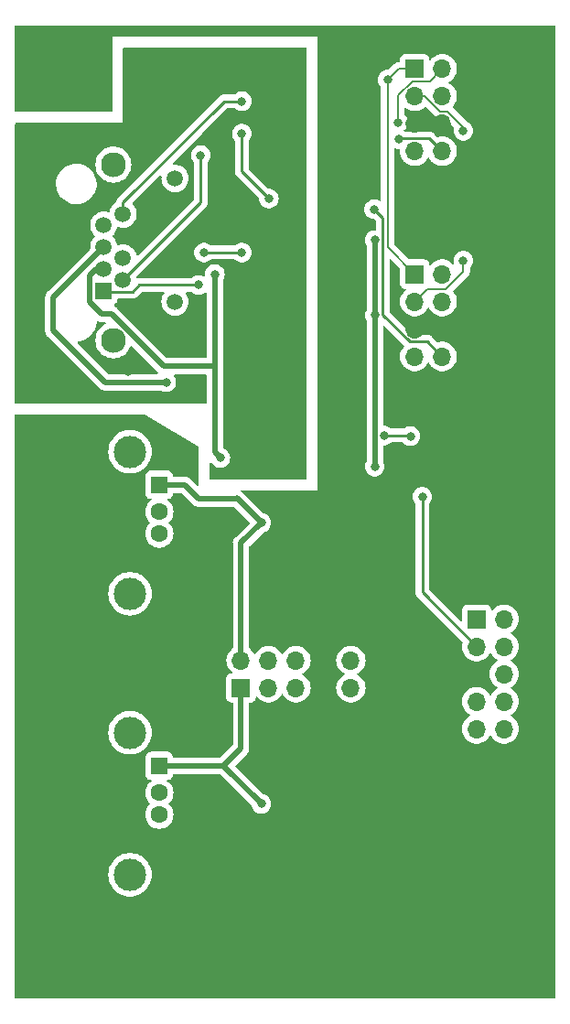
<source format=gbl>
G04 #@! TF.GenerationSoftware,KiCad,Pcbnew,7.0.9-7.0.9~ubuntu23.04.1*
G04 #@! TF.CreationDate,2024-01-20T22:40:33+00:00*
G04 #@! TF.ProjectId,nascontrol-remote,6e617363-6f6e-4747-926f-6c2d72656d6f,rev?*
G04 #@! TF.SameCoordinates,Original*
G04 #@! TF.FileFunction,Copper,L2,Bot*
G04 #@! TF.FilePolarity,Positive*
%FSLAX46Y46*%
G04 Gerber Fmt 4.6, Leading zero omitted, Abs format (unit mm)*
G04 Created by KiCad (PCBNEW 7.0.9-7.0.9~ubuntu23.04.1) date 2024-01-20 22:40:33*
%MOMM*%
%LPD*%
G01*
G04 APERTURE LIST*
G04 #@! TA.AperFunction,ComponentPad*
%ADD10C,6.400000*%
G04 #@! TD*
G04 #@! TA.AperFunction,ComponentPad*
%ADD11R,1.500000X1.600000*%
G04 #@! TD*
G04 #@! TA.AperFunction,ComponentPad*
%ADD12C,1.600000*%
G04 #@! TD*
G04 #@! TA.AperFunction,ComponentPad*
%ADD13C,3.000000*%
G04 #@! TD*
G04 #@! TA.AperFunction,ComponentPad*
%ADD14R,1.500000X1.500000*%
G04 #@! TD*
G04 #@! TA.AperFunction,ComponentPad*
%ADD15C,1.500000*%
G04 #@! TD*
G04 #@! TA.AperFunction,ComponentPad*
%ADD16C,2.300000*%
G04 #@! TD*
G04 #@! TA.AperFunction,ComponentPad*
%ADD17R,1.700000X1.700000*%
G04 #@! TD*
G04 #@! TA.AperFunction,ComponentPad*
%ADD18O,1.700000X1.700000*%
G04 #@! TD*
G04 #@! TA.AperFunction,ViaPad*
%ADD19C,0.800000*%
G04 #@! TD*
G04 #@! TA.AperFunction,Conductor*
%ADD20C,0.500000*%
G04 #@! TD*
G04 #@! TA.AperFunction,Conductor*
%ADD21C,0.250000*%
G04 #@! TD*
G04 #@! TA.AperFunction,Conductor*
%ADD22C,0.200000*%
G04 #@! TD*
G04 APERTURE END LIST*
D10*
X104000000Y-146000000D03*
D11*
X113360000Y-128500000D03*
D12*
X113360000Y-131000000D03*
X113360000Y-133000000D03*
X113360000Y-135500000D03*
D13*
X110650000Y-125430000D03*
X110650000Y-138570000D03*
D14*
X108225000Y-84560000D03*
D15*
X110005000Y-83544000D03*
X108225000Y-82528000D03*
X110005000Y-81512000D03*
X108225000Y-80496000D03*
X110005000Y-79480000D03*
X108225000Y-78464000D03*
X110005000Y-77448000D03*
X114825000Y-87860000D03*
X114825000Y-85570000D03*
X114825000Y-76430000D03*
X114825000Y-74140000D03*
D16*
X109115000Y-89130000D03*
X109115000Y-72870000D03*
D17*
X142725000Y-114925000D03*
D18*
X145265000Y-114925000D03*
X142725000Y-117465000D03*
X145265000Y-117465000D03*
X142725000Y-120005000D03*
X145265000Y-120005000D03*
X142725000Y-122545000D03*
X145265000Y-122545000D03*
X142725000Y-125085000D03*
X145265000Y-125085000D03*
D17*
X137000000Y-64000000D03*
D18*
X139540000Y-64000000D03*
X137000000Y-66540000D03*
X139540000Y-66540000D03*
X137000000Y-69080000D03*
X139540000Y-69080000D03*
X137000000Y-71620000D03*
X139540000Y-71620000D03*
X137000000Y-74160000D03*
X139540000Y-74160000D03*
D17*
X120925000Y-121275000D03*
D18*
X120925000Y-118735000D03*
X123465000Y-121275000D03*
X123465000Y-118735000D03*
X126005000Y-121275000D03*
X126005000Y-118735000D03*
X128545000Y-121275000D03*
X128545000Y-118735000D03*
X131085000Y-121275000D03*
X131085000Y-118735000D03*
D10*
X104000000Y-64000000D03*
D17*
X137000000Y-83000000D03*
D18*
X139540000Y-83000000D03*
X137000000Y-85540000D03*
X139540000Y-85540000D03*
X137000000Y-88080000D03*
X139540000Y-88080000D03*
X137000000Y-90620000D03*
X139540000Y-90620000D03*
X137000000Y-93160000D03*
X139540000Y-93160000D03*
D11*
X113360000Y-102500000D03*
D12*
X113360000Y-105000000D03*
X113360000Y-107000000D03*
X113360000Y-109500000D03*
D13*
X110650000Y-99430000D03*
X110650000Y-112570000D03*
D19*
X118500000Y-83000000D03*
X119000000Y-100000000D03*
X123500000Y-89500000D03*
X123500000Y-82500000D03*
X108500000Y-94500000D03*
X106500000Y-80500000D03*
X113500000Y-82500000D03*
X115000000Y-81000000D03*
X119000000Y-101500000D03*
X123000000Y-69000000D03*
X101500000Y-75000000D03*
X101500000Y-85000000D03*
X115500000Y-94000000D03*
X105500000Y-92000000D03*
X110500000Y-92000000D03*
X112000000Y-79500000D03*
X124000000Y-68500000D03*
X124500000Y-96500000D03*
X120000000Y-90500000D03*
X112500000Y-78000000D03*
X119750000Y-85600000D03*
X111050000Y-85900000D03*
X133300000Y-100800000D03*
X133300000Y-86800000D03*
X122800000Y-106000000D03*
X133300000Y-79860000D03*
X115200000Y-132000000D03*
X139250000Y-76500000D03*
X116900000Y-132000000D03*
X137000000Y-79250000D03*
X139500000Y-81000000D03*
X136250000Y-76500000D03*
X116900000Y-106000000D03*
X115200000Y-106000000D03*
X114000000Y-93000000D03*
X137700000Y-103600000D03*
X121000000Y-67000000D03*
X117500000Y-81000000D03*
X121000000Y-81000000D03*
X117200000Y-72000000D03*
X117000000Y-84000000D03*
X134485025Y-65014975D03*
X135450000Y-68950000D03*
X141500000Y-69750000D03*
X141500000Y-81750000D03*
X135500000Y-70500000D03*
X133250000Y-77000000D03*
X122800000Y-132000000D03*
X121000000Y-70000000D03*
X123500000Y-76000000D03*
X134161166Y-97938834D03*
X136600000Y-98000000D03*
D20*
X106920102Y-83109694D02*
X106920102Y-85579898D01*
X106920102Y-85579898D02*
X108000000Y-86659796D01*
X113747742Y-91500000D02*
X118500000Y-91500000D01*
X108000000Y-86659796D02*
X108907538Y-86659796D01*
X118500000Y-99500000D02*
X119000000Y-100000000D01*
X118500000Y-83000000D02*
X118500000Y-91500000D01*
X108225000Y-82528000D02*
X107501796Y-82528000D01*
X107501796Y-82528000D02*
X106920102Y-83109694D01*
X108907538Y-86659796D02*
X113747742Y-91500000D01*
X118500000Y-91500000D02*
X118500000Y-99500000D01*
X120525000Y-103725000D02*
X122800000Y-106000000D01*
X115750000Y-102500000D02*
X117000000Y-103750000D01*
X120500000Y-103750000D02*
X120525000Y-103725000D01*
X133300000Y-86800000D02*
X133300000Y-100800000D01*
X113360000Y-102500000D02*
X115750000Y-102500000D01*
X120925000Y-107875000D02*
X122800000Y-106000000D01*
X133300000Y-86800000D02*
X133300000Y-79860000D01*
X117000000Y-103750000D02*
X120500000Y-103750000D01*
X120925000Y-118735000D02*
X120925000Y-107875000D01*
X114000000Y-93000000D02*
X108329796Y-93000000D01*
X108225000Y-80496000D02*
X103560000Y-85161000D01*
X103560000Y-85161000D02*
X103560000Y-88230204D01*
X108329796Y-93000000D02*
X103560000Y-88230204D01*
D21*
X137700000Y-112440000D02*
X142725000Y-117465000D01*
X137700000Y-103600000D02*
X137700000Y-112440000D01*
X119392340Y-67000000D02*
X121000000Y-67000000D01*
X110005000Y-77448000D02*
X110005000Y-76387340D01*
X110005000Y-76387340D02*
X119392340Y-67000000D01*
X117500000Y-81000000D02*
X121000000Y-81000000D01*
X110005000Y-83544000D02*
X117200000Y-76349000D01*
X117200000Y-76349000D02*
X117200000Y-72000000D01*
X108225000Y-84560000D02*
X108284000Y-84619000D01*
X110881000Y-84619000D02*
X111500000Y-84000000D01*
X108284000Y-84619000D02*
X110881000Y-84619000D01*
X111500000Y-84000000D02*
X117000000Y-84000000D01*
D22*
X134485025Y-65014975D02*
X135500000Y-64000000D01*
X135500000Y-64000000D02*
X137000000Y-64000000D01*
X134485025Y-65014975D02*
X134485025Y-80485025D01*
X134485025Y-80485025D02*
X137000000Y-83000000D01*
X136763654Y-65150000D02*
X138390000Y-65150000D01*
X135450000Y-66463654D02*
X136763654Y-65150000D01*
X135450000Y-68950000D02*
X135450000Y-66463654D01*
X138390000Y-65150000D02*
X139540000Y-64000000D01*
X139303654Y-67930000D02*
X137913654Y-66540000D01*
X141500000Y-69750000D02*
X141500000Y-69413654D01*
X137913654Y-66540000D02*
X137000000Y-66540000D01*
X139860000Y-84390000D02*
X141500000Y-82750000D01*
X141500000Y-69413654D02*
X140016346Y-67930000D01*
X139860000Y-84390000D02*
X138150000Y-84390000D01*
X141500000Y-82750000D02*
X141500000Y-81750000D01*
X138150000Y-84390000D02*
X137000000Y-85540000D01*
X140016346Y-67930000D02*
X139303654Y-67930000D01*
D21*
X134025000Y-86766701D02*
X134025000Y-77775000D01*
X139540000Y-90620000D02*
X138175000Y-89255000D01*
X135500000Y-70500000D02*
X135555000Y-70445000D01*
X135555000Y-70445000D02*
X138365000Y-70445000D01*
X138365000Y-70445000D02*
X139540000Y-71620000D01*
X138175000Y-89255000D02*
X136513299Y-89255000D01*
X136513299Y-89255000D02*
X134025000Y-86766701D01*
X134025000Y-77775000D02*
X133250000Y-77000000D01*
D20*
X113360000Y-128500000D02*
X119300000Y-128500000D01*
X119300000Y-128500000D02*
X122800000Y-132000000D01*
X120925000Y-126875000D02*
X119300000Y-128500000D01*
X120925000Y-121275000D02*
X120925000Y-126875000D01*
D21*
X121000000Y-73500000D02*
X123500000Y-76000000D01*
X121000000Y-70000000D02*
X121000000Y-73500000D01*
X134161166Y-97938834D02*
X136561166Y-97938834D01*
G04 #@! TA.AperFunction,Conductor*
G36*
X149985148Y-60014852D02*
G01*
X149999500Y-60049500D01*
X149999500Y-149950500D01*
X149985148Y-149985148D01*
X149950500Y-149999500D01*
X100049500Y-149999500D01*
X100014852Y-149985148D01*
X100000500Y-149950500D01*
X100000500Y-138570000D01*
X108636807Y-138570000D01*
X108655557Y-138844132D01*
X108711459Y-139113145D01*
X108803476Y-139372056D01*
X108803481Y-139372066D01*
X108929887Y-139616019D01*
X108929891Y-139616027D01*
X109009116Y-139728262D01*
X109088343Y-139840502D01*
X109275889Y-140041314D01*
X109489031Y-140214718D01*
X109489032Y-140214719D01*
X109555131Y-140254914D01*
X109723800Y-140357484D01*
X109975823Y-140466953D01*
X110240404Y-140541085D01*
X110461014Y-140571407D01*
X110512614Y-140578500D01*
X110512615Y-140578500D01*
X110787386Y-140578500D01*
X110830763Y-140572537D01*
X111059596Y-140541085D01*
X111324177Y-140466953D01*
X111576200Y-140357484D01*
X111810969Y-140214718D01*
X112024111Y-140041314D01*
X112211657Y-139840502D01*
X112370111Y-139616023D01*
X112496523Y-139372058D01*
X112588538Y-139113153D01*
X112644442Y-138844130D01*
X112663193Y-138570000D01*
X112644442Y-138295870D01*
X112644442Y-138295867D01*
X112588540Y-138026854D01*
X112496523Y-137767943D01*
X112496518Y-137767933D01*
X112370111Y-137523977D01*
X112370109Y-137523974D01*
X112370108Y-137523972D01*
X112319179Y-137451823D01*
X112211657Y-137299498D01*
X112024111Y-137098686D01*
X111810969Y-136925282D01*
X111810968Y-136925281D01*
X111810967Y-136925280D01*
X111678768Y-136844889D01*
X111576200Y-136782516D01*
X111576197Y-136782514D01*
X111576196Y-136782514D01*
X111324178Y-136673047D01*
X111059598Y-136598915D01*
X110787386Y-136561500D01*
X110787385Y-136561500D01*
X110512615Y-136561500D01*
X110512614Y-136561500D01*
X110240401Y-136598915D01*
X109975821Y-136673047D01*
X109723803Y-136782514D01*
X109723800Y-136782516D01*
X109489032Y-136925280D01*
X109489031Y-136925281D01*
X109275897Y-137098679D01*
X109275886Y-137098689D01*
X109088347Y-137299493D01*
X109088341Y-137299501D01*
X108929891Y-137523972D01*
X108929887Y-137523980D01*
X108803481Y-137767933D01*
X108803476Y-137767943D01*
X108711459Y-138026854D01*
X108655557Y-138295867D01*
X108636807Y-138570000D01*
X100000500Y-138570000D01*
X100000500Y-125430000D01*
X108636807Y-125430000D01*
X108655557Y-125704132D01*
X108711459Y-125973145D01*
X108803476Y-126232056D01*
X108803481Y-126232066D01*
X108929887Y-126476019D01*
X108929891Y-126476027D01*
X108975418Y-126540523D01*
X109088343Y-126700502D01*
X109275889Y-126901314D01*
X109352518Y-126963656D01*
X109489031Y-127074718D01*
X109489032Y-127074719D01*
X109555131Y-127114914D01*
X109723800Y-127217484D01*
X109975823Y-127326953D01*
X110240404Y-127401085D01*
X110454171Y-127430467D01*
X110512614Y-127438500D01*
X110512615Y-127438500D01*
X110787386Y-127438500D01*
X110845814Y-127430469D01*
X111059596Y-127401085D01*
X111324177Y-127326953D01*
X111576200Y-127217484D01*
X111810969Y-127074718D01*
X112024111Y-126901314D01*
X112211657Y-126700502D01*
X112370111Y-126476023D01*
X112496523Y-126232058D01*
X112588538Y-125973153D01*
X112599113Y-125922266D01*
X112644442Y-125704132D01*
X112648285Y-125647942D01*
X112663193Y-125430000D01*
X112644442Y-125155870D01*
X112644442Y-125155867D01*
X112588540Y-124886854D01*
X112579220Y-124860631D01*
X112496523Y-124627942D01*
X112370111Y-124383977D01*
X112370109Y-124383974D01*
X112370108Y-124383972D01*
X112319179Y-124311823D01*
X112211657Y-124159498D01*
X112024111Y-123958686D01*
X111874119Y-123836658D01*
X111810968Y-123785281D01*
X111810967Y-123785280D01*
X111678768Y-123704889D01*
X111576200Y-123642516D01*
X111576197Y-123642514D01*
X111576196Y-123642514D01*
X111324178Y-123533047D01*
X111059598Y-123458915D01*
X110787386Y-123421500D01*
X110787385Y-123421500D01*
X110512615Y-123421500D01*
X110512614Y-123421500D01*
X110240401Y-123458915D01*
X109975821Y-123533047D01*
X109723803Y-123642514D01*
X109723800Y-123642516D01*
X109489032Y-123785280D01*
X109489031Y-123785281D01*
X109275897Y-123958679D01*
X109275886Y-123958689D01*
X109088347Y-124159493D01*
X109088341Y-124159501D01*
X108929891Y-124383972D01*
X108929887Y-124383980D01*
X108803481Y-124627933D01*
X108803476Y-124627943D01*
X108711459Y-124886854D01*
X108655557Y-125155867D01*
X108636807Y-125430000D01*
X100000500Y-125430000D01*
X100000500Y-112570000D01*
X108636807Y-112570000D01*
X108655557Y-112844132D01*
X108711459Y-113113145D01*
X108803476Y-113372056D01*
X108803481Y-113372066D01*
X108929887Y-113616019D01*
X108929891Y-113616027D01*
X108997452Y-113711739D01*
X109088343Y-113840502D01*
X109275889Y-114041314D01*
X109489031Y-114214718D01*
X109489032Y-114214719D01*
X109546453Y-114249637D01*
X109723800Y-114357484D01*
X109975823Y-114466953D01*
X110240404Y-114541085D01*
X110461014Y-114571407D01*
X110512614Y-114578500D01*
X110512615Y-114578500D01*
X110787386Y-114578500D01*
X110830763Y-114572537D01*
X111059596Y-114541085D01*
X111324177Y-114466953D01*
X111576200Y-114357484D01*
X111810969Y-114214718D01*
X112024111Y-114041314D01*
X112211657Y-113840502D01*
X112370111Y-113616023D01*
X112496523Y-113372058D01*
X112588538Y-113113153D01*
X112631252Y-112907605D01*
X112644442Y-112844132D01*
X112648396Y-112786327D01*
X112663193Y-112570000D01*
X112644442Y-112295870D01*
X112644442Y-112295867D01*
X112588540Y-112026854D01*
X112496523Y-111767943D01*
X112496518Y-111767933D01*
X112370111Y-111523977D01*
X112370109Y-111523974D01*
X112370108Y-111523972D01*
X112319179Y-111451823D01*
X112211657Y-111299498D01*
X112024111Y-111098686D01*
X111810969Y-110925282D01*
X111810968Y-110925281D01*
X111810967Y-110925280D01*
X111678768Y-110844889D01*
X111576200Y-110782516D01*
X111576197Y-110782514D01*
X111576196Y-110782514D01*
X111324178Y-110673047D01*
X111059598Y-110598915D01*
X110787386Y-110561500D01*
X110787385Y-110561500D01*
X110512615Y-110561500D01*
X110512614Y-110561500D01*
X110240401Y-110598915D01*
X109975821Y-110673047D01*
X109723803Y-110782514D01*
X109723800Y-110782516D01*
X109489032Y-110925280D01*
X109489031Y-110925281D01*
X109275897Y-111098679D01*
X109275886Y-111098689D01*
X109088347Y-111299493D01*
X109088341Y-111299501D01*
X108929891Y-111523972D01*
X108929887Y-111523980D01*
X108803481Y-111767933D01*
X108803476Y-111767943D01*
X108711459Y-112026854D01*
X108655557Y-112295867D01*
X108636807Y-112570000D01*
X100000500Y-112570000D01*
X100000500Y-99430000D01*
X108636807Y-99430000D01*
X108655557Y-99704132D01*
X108711459Y-99973145D01*
X108803476Y-100232056D01*
X108803481Y-100232066D01*
X108929887Y-100476019D01*
X108929891Y-100476027D01*
X109009116Y-100588262D01*
X109088343Y-100700502D01*
X109275889Y-100901314D01*
X109351780Y-100963056D01*
X109489031Y-101074718D01*
X109489032Y-101074719D01*
X109555131Y-101114914D01*
X109723800Y-101217484D01*
X109975823Y-101326953D01*
X110240404Y-101401085D01*
X110461014Y-101431407D01*
X110512614Y-101438500D01*
X110512615Y-101438500D01*
X110787386Y-101438500D01*
X110830763Y-101432537D01*
X111059596Y-101401085D01*
X111324177Y-101326953D01*
X111576200Y-101217484D01*
X111810969Y-101074718D01*
X112024111Y-100901314D01*
X112211657Y-100700502D01*
X112370111Y-100476023D01*
X112496523Y-100232058D01*
X112588538Y-99973153D01*
X112622427Y-99810072D01*
X112644442Y-99704132D01*
X112653131Y-99577095D01*
X112663193Y-99430000D01*
X112644442Y-99155870D01*
X112644442Y-99155867D01*
X112588540Y-98886854D01*
X112582121Y-98868794D01*
X112496523Y-98627942D01*
X112370111Y-98383977D01*
X112370109Y-98383974D01*
X112370108Y-98383972D01*
X112319179Y-98311823D01*
X112211657Y-98159498D01*
X112024111Y-97958686D01*
X111810969Y-97785282D01*
X111810968Y-97785281D01*
X111810967Y-97785280D01*
X111678768Y-97704889D01*
X111576200Y-97642516D01*
X111576197Y-97642514D01*
X111576196Y-97642514D01*
X111324178Y-97533047D01*
X111059598Y-97458915D01*
X110787386Y-97421500D01*
X110787385Y-97421500D01*
X110512615Y-97421500D01*
X110512614Y-97421500D01*
X110240401Y-97458915D01*
X109975821Y-97533047D01*
X109723803Y-97642514D01*
X109723800Y-97642516D01*
X109489032Y-97785280D01*
X109489031Y-97785281D01*
X109275897Y-97958679D01*
X109275886Y-97958689D01*
X109088347Y-98159493D01*
X109088341Y-98159501D01*
X108929891Y-98383972D01*
X108929887Y-98383980D01*
X108803481Y-98627933D01*
X108803476Y-98627943D01*
X108711459Y-98886854D01*
X108655557Y-99155867D01*
X108636807Y-99430000D01*
X100000500Y-99430000D01*
X100000500Y-96049000D01*
X100014852Y-96014352D01*
X100049500Y-96000000D01*
X111986428Y-96000000D01*
X112011638Y-96006983D01*
X116976210Y-98985726D01*
X116998537Y-99015859D01*
X117000000Y-99027743D01*
X117000000Y-102559023D01*
X116985648Y-102593671D01*
X116951000Y-102608023D01*
X116916352Y-102593671D01*
X116327940Y-102005259D01*
X116323284Y-101999871D01*
X116305471Y-101975943D01*
X116305466Y-101975938D01*
X116264556Y-101941611D01*
X116261404Y-101938723D01*
X116255100Y-101932419D01*
X116229647Y-101912293D01*
X116228571Y-101911417D01*
X116169640Y-101861968D01*
X116164134Y-101859203D01*
X116155739Y-101853853D01*
X116150910Y-101850035D01*
X116081176Y-101817516D01*
X116079894Y-101816895D01*
X116011189Y-101782391D01*
X116005197Y-101780971D01*
X115995793Y-101777702D01*
X115990206Y-101775097D01*
X115990204Y-101775096D01*
X115990203Y-101775096D01*
X115914826Y-101759531D01*
X115913435Y-101759222D01*
X115856073Y-101745627D01*
X115838656Y-101741500D01*
X115838655Y-101741500D01*
X115832506Y-101741500D01*
X115822598Y-101740488D01*
X115816560Y-101739241D01*
X115816556Y-101739241D01*
X115739642Y-101741479D01*
X115738217Y-101741500D01*
X114667500Y-101741500D01*
X114632852Y-101727148D01*
X114618500Y-101692500D01*
X114618500Y-101651355D01*
X114611989Y-101590802D01*
X114611989Y-101590799D01*
X114594248Y-101543236D01*
X114560890Y-101453798D01*
X114560889Y-101453797D01*
X114560889Y-101453796D01*
X114473261Y-101336739D01*
X114356204Y-101249111D01*
X114356203Y-101249110D01*
X114356201Y-101249109D01*
X114219205Y-101198012D01*
X114219197Y-101198010D01*
X114158645Y-101191500D01*
X114158638Y-101191500D01*
X112561362Y-101191500D01*
X112561355Y-101191500D01*
X112500802Y-101198010D01*
X112500794Y-101198012D01*
X112363798Y-101249109D01*
X112363794Y-101249112D01*
X112246739Y-101336739D01*
X112159112Y-101453794D01*
X112159109Y-101453798D01*
X112108012Y-101590794D01*
X112108010Y-101590802D01*
X112101500Y-101651355D01*
X112101500Y-103348644D01*
X112108010Y-103409197D01*
X112108012Y-103409205D01*
X112159109Y-103546201D01*
X112159110Y-103546203D01*
X112159111Y-103546204D01*
X112246739Y-103663261D01*
X112363796Y-103750889D01*
X112363797Y-103750889D01*
X112363798Y-103750890D01*
X112453236Y-103784248D01*
X112500799Y-103801989D01*
X112518967Y-103803942D01*
X112561355Y-103808500D01*
X112561362Y-103808500D01*
X112624930Y-103808500D01*
X112659578Y-103822852D01*
X112673930Y-103857500D01*
X112659578Y-103892148D01*
X112653035Y-103897638D01*
X112515705Y-103993797D01*
X112515698Y-103993803D01*
X112353803Y-104155698D01*
X112353797Y-104155705D01*
X112222482Y-104343240D01*
X112222476Y-104343252D01*
X112125715Y-104550759D01*
X112125713Y-104550764D01*
X112066458Y-104771904D01*
X112066457Y-104771910D01*
X112046502Y-105000000D01*
X112066457Y-105228089D01*
X112066458Y-105228095D01*
X112125713Y-105449235D01*
X112125715Y-105449240D01*
X112125716Y-105449243D01*
X112132157Y-105463056D01*
X112222476Y-105656747D01*
X112222482Y-105656759D01*
X112353797Y-105844294D01*
X112353803Y-105844301D01*
X112474854Y-105965352D01*
X112489206Y-106000000D01*
X112474854Y-106034648D01*
X112353803Y-106155698D01*
X112353797Y-106155705D01*
X112222482Y-106343240D01*
X112222476Y-106343252D01*
X112125715Y-106550759D01*
X112125713Y-106550764D01*
X112066458Y-106771904D01*
X112066457Y-106771910D01*
X112046502Y-107000000D01*
X112066457Y-107228089D01*
X112066458Y-107228095D01*
X112125713Y-107449235D01*
X112125715Y-107449240D01*
X112125716Y-107449243D01*
X112137304Y-107474094D01*
X112222476Y-107656747D01*
X112222482Y-107656759D01*
X112353797Y-107844294D01*
X112353803Y-107844301D01*
X112515698Y-108006196D01*
X112515705Y-108006202D01*
X112703240Y-108137517D01*
X112703248Y-108137521D01*
X112703251Y-108137523D01*
X112910757Y-108234284D01*
X112910763Y-108234285D01*
X112910764Y-108234286D01*
X113131904Y-108293541D01*
X113131908Y-108293541D01*
X113131913Y-108293543D01*
X113360000Y-108313498D01*
X113588087Y-108293543D01*
X113588093Y-108293541D01*
X113588095Y-108293541D01*
X113698665Y-108263913D01*
X113809243Y-108234284D01*
X114016749Y-108137523D01*
X114016753Y-108137519D01*
X114016759Y-108137517D01*
X114204294Y-108006202D01*
X114204300Y-108006198D01*
X114366198Y-107844300D01*
X114402473Y-107792494D01*
X114497517Y-107656759D01*
X114497519Y-107656753D01*
X114497523Y-107656749D01*
X114594284Y-107449243D01*
X114629040Y-107319532D01*
X114653541Y-107228095D01*
X114653542Y-107228089D01*
X114653543Y-107228087D01*
X114673498Y-107000000D01*
X114653543Y-106771913D01*
X114594284Y-106550757D01*
X114497523Y-106343251D01*
X114497521Y-106343248D01*
X114497517Y-106343240D01*
X114366202Y-106155705D01*
X114366196Y-106155698D01*
X114245146Y-106034648D01*
X114230794Y-106000000D01*
X114245146Y-105965352D01*
X114245147Y-105965351D01*
X114366198Y-105844300D01*
X114390165Y-105810071D01*
X114497517Y-105656759D01*
X114497519Y-105656753D01*
X114497523Y-105656749D01*
X114594284Y-105449243D01*
X114653543Y-105228087D01*
X114673498Y-105000000D01*
X114653543Y-104771913D01*
X114594284Y-104550757D01*
X114497523Y-104343251D01*
X114497521Y-104343248D01*
X114497517Y-104343240D01*
X114366202Y-104155705D01*
X114366196Y-104155698D01*
X114204301Y-103993803D01*
X114204294Y-103993797D01*
X114066965Y-103897638D01*
X114046814Y-103866009D01*
X114054932Y-103829395D01*
X114086561Y-103809244D01*
X114095070Y-103808500D01*
X114158645Y-103808500D01*
X114197178Y-103804356D01*
X114219201Y-103801989D01*
X114356204Y-103750889D01*
X114473261Y-103663261D01*
X114560889Y-103546204D01*
X114611989Y-103409201D01*
X114614593Y-103384975D01*
X114618500Y-103348644D01*
X114618500Y-103307500D01*
X114632852Y-103272852D01*
X114667500Y-103258500D01*
X115415523Y-103258500D01*
X115450171Y-103272852D01*
X116422058Y-104244739D01*
X116426714Y-104250126D01*
X116444532Y-104274059D01*
X116444533Y-104274061D01*
X116485442Y-104308387D01*
X116488594Y-104311275D01*
X116494900Y-104317581D01*
X116520365Y-104337716D01*
X116521422Y-104338577D01*
X116580357Y-104388030D01*
X116580358Y-104388030D01*
X116580360Y-104388032D01*
X116585867Y-104390797D01*
X116594262Y-104396147D01*
X116599091Y-104399965D01*
X116599094Y-104399966D01*
X116599095Y-104399967D01*
X116668825Y-104432482D01*
X116670061Y-104433081D01*
X116738812Y-104467609D01*
X116744800Y-104469028D01*
X116754215Y-104472301D01*
X116759793Y-104474903D01*
X116773733Y-104477781D01*
X116835216Y-104490476D01*
X116836490Y-104490758D01*
X116911344Y-104508500D01*
X116917494Y-104508500D01*
X116927402Y-104509512D01*
X116929476Y-104509940D01*
X116933442Y-104510759D01*
X117010358Y-104508520D01*
X117011783Y-104508500D01*
X120215523Y-104508500D01*
X120250171Y-104522852D01*
X121692670Y-105965351D01*
X121707022Y-105999999D01*
X121692670Y-106034647D01*
X120430257Y-107297060D01*
X120424872Y-107301714D01*
X120400940Y-107319532D01*
X120366611Y-107360443D01*
X120363726Y-107363592D01*
X120357422Y-107369896D01*
X120357416Y-107369903D01*
X120337312Y-107395327D01*
X120336414Y-107396430D01*
X120286967Y-107455361D01*
X120284202Y-107460866D01*
X120278857Y-107469256D01*
X120275033Y-107474092D01*
X120242510Y-107543836D01*
X120241889Y-107545118D01*
X120207391Y-107613810D01*
X120207389Y-107613815D01*
X120205970Y-107619803D01*
X120202702Y-107629205D01*
X120200097Y-107634790D01*
X120200094Y-107634799D01*
X120184530Y-107710173D01*
X120184222Y-107711562D01*
X120166500Y-107786343D01*
X120166500Y-107792494D01*
X120165488Y-107802401D01*
X120164241Y-107808438D01*
X120164241Y-107808444D01*
X120166479Y-107885357D01*
X120166500Y-107886782D01*
X120166500Y-117579915D01*
X120152148Y-117614563D01*
X120147597Y-117618583D01*
X120001756Y-117732097D01*
X119849276Y-117897733D01*
X119726145Y-118086199D01*
X119726138Y-118086211D01*
X119688484Y-118172056D01*
X119635704Y-118292384D01*
X119580436Y-118510632D01*
X119561844Y-118735000D01*
X119580436Y-118959368D01*
X119633201Y-119167733D01*
X119635705Y-119177618D01*
X119726138Y-119383788D01*
X119726145Y-119383800D01*
X119849276Y-119572266D01*
X119849278Y-119572268D01*
X120001760Y-119737906D01*
X120118581Y-119828832D01*
X120137108Y-119861439D01*
X120127152Y-119897597D01*
X120094545Y-119916124D01*
X120088484Y-119916500D01*
X120026355Y-119916500D01*
X119965802Y-119923010D01*
X119965794Y-119923012D01*
X119828798Y-119974109D01*
X119828794Y-119974112D01*
X119711739Y-120061739D01*
X119624112Y-120178794D01*
X119624109Y-120178798D01*
X119573012Y-120315794D01*
X119573010Y-120315802D01*
X119566500Y-120376355D01*
X119566500Y-122173644D01*
X119573010Y-122234197D01*
X119573012Y-122234205D01*
X119624109Y-122371201D01*
X119624110Y-122371203D01*
X119624111Y-122371204D01*
X119711739Y-122488261D01*
X119828796Y-122575889D01*
X119828797Y-122575889D01*
X119828798Y-122575890D01*
X119918236Y-122609248D01*
X119965799Y-122626989D01*
X119983967Y-122628942D01*
X120026355Y-122633500D01*
X120026362Y-122633500D01*
X120117500Y-122633500D01*
X120152148Y-122647852D01*
X120166500Y-122682500D01*
X120166500Y-126540523D01*
X120152148Y-126575171D01*
X119000171Y-127727148D01*
X118965523Y-127741500D01*
X114667500Y-127741500D01*
X114632852Y-127727148D01*
X114618500Y-127692500D01*
X114618500Y-127651355D01*
X114611989Y-127590802D01*
X114611989Y-127590799D01*
X114560889Y-127453796D01*
X114473261Y-127336739D01*
X114356204Y-127249111D01*
X114356203Y-127249110D01*
X114356201Y-127249109D01*
X114219205Y-127198012D01*
X114219197Y-127198010D01*
X114158645Y-127191500D01*
X114158638Y-127191500D01*
X112561362Y-127191500D01*
X112561355Y-127191500D01*
X112500802Y-127198010D01*
X112500794Y-127198012D01*
X112363798Y-127249109D01*
X112363794Y-127249112D01*
X112246739Y-127336739D01*
X112159112Y-127453794D01*
X112159109Y-127453798D01*
X112108012Y-127590794D01*
X112108010Y-127590802D01*
X112101500Y-127651355D01*
X112101500Y-129348644D01*
X112108010Y-129409197D01*
X112108012Y-129409205D01*
X112159109Y-129546201D01*
X112159110Y-129546203D01*
X112159111Y-129546204D01*
X112246739Y-129663261D01*
X112363796Y-129750889D01*
X112363797Y-129750889D01*
X112363798Y-129750890D01*
X112453236Y-129784248D01*
X112500799Y-129801989D01*
X112518967Y-129803942D01*
X112561355Y-129808500D01*
X112561362Y-129808500D01*
X112624930Y-129808500D01*
X112659578Y-129822852D01*
X112673930Y-129857500D01*
X112659578Y-129892148D01*
X112653035Y-129897638D01*
X112515705Y-129993797D01*
X112515698Y-129993803D01*
X112353803Y-130155698D01*
X112353797Y-130155705D01*
X112222482Y-130343240D01*
X112222476Y-130343252D01*
X112125715Y-130550759D01*
X112125713Y-130550764D01*
X112066458Y-130771904D01*
X112066457Y-130771910D01*
X112046502Y-131000000D01*
X112066457Y-131228089D01*
X112066458Y-131228095D01*
X112125713Y-131449235D01*
X112125715Y-131449240D01*
X112125716Y-131449243D01*
X112132157Y-131463056D01*
X112222476Y-131656747D01*
X112222482Y-131656759D01*
X112353797Y-131844294D01*
X112353803Y-131844301D01*
X112474854Y-131965352D01*
X112489206Y-132000000D01*
X112474854Y-132034648D01*
X112353803Y-132155698D01*
X112353797Y-132155705D01*
X112222482Y-132343240D01*
X112222476Y-132343252D01*
X112125715Y-132550759D01*
X112125713Y-132550764D01*
X112066458Y-132771904D01*
X112066457Y-132771910D01*
X112046502Y-133000000D01*
X112066457Y-133228089D01*
X112066458Y-133228095D01*
X112125713Y-133449235D01*
X112125715Y-133449240D01*
X112222476Y-133656747D01*
X112222482Y-133656759D01*
X112353797Y-133844294D01*
X112353803Y-133844301D01*
X112515698Y-134006196D01*
X112515705Y-134006202D01*
X112703240Y-134137517D01*
X112703248Y-134137521D01*
X112703251Y-134137523D01*
X112910757Y-134234284D01*
X112910763Y-134234285D01*
X112910764Y-134234286D01*
X113131904Y-134293541D01*
X113131908Y-134293541D01*
X113131913Y-134293543D01*
X113360000Y-134313498D01*
X113588087Y-134293543D01*
X113588093Y-134293541D01*
X113588095Y-134293541D01*
X113698665Y-134263913D01*
X113809243Y-134234284D01*
X114016749Y-134137523D01*
X114016753Y-134137519D01*
X114016759Y-134137517D01*
X114204294Y-134006202D01*
X114204300Y-134006198D01*
X114366198Y-133844300D01*
X114388164Y-133812929D01*
X114497517Y-133656759D01*
X114497519Y-133656753D01*
X114497523Y-133656749D01*
X114594284Y-133449243D01*
X114653543Y-133228087D01*
X114673498Y-133000000D01*
X114653543Y-132771913D01*
X114594284Y-132550757D01*
X114497523Y-132343251D01*
X114497521Y-132343248D01*
X114497517Y-132343240D01*
X114366202Y-132155705D01*
X114366196Y-132155698D01*
X114245146Y-132034648D01*
X114230794Y-132000000D01*
X114245146Y-131965352D01*
X114366198Y-131844300D01*
X114390165Y-131810071D01*
X114497517Y-131656759D01*
X114497519Y-131656753D01*
X114497523Y-131656749D01*
X114594284Y-131449243D01*
X114653543Y-131228087D01*
X114673498Y-131000000D01*
X114653543Y-130771913D01*
X114594284Y-130550757D01*
X114497523Y-130343251D01*
X114497521Y-130343248D01*
X114497517Y-130343240D01*
X114366202Y-130155705D01*
X114366196Y-130155698D01*
X114204301Y-129993803D01*
X114204294Y-129993797D01*
X114066965Y-129897638D01*
X114046814Y-129866009D01*
X114054932Y-129829395D01*
X114086561Y-129809244D01*
X114095070Y-129808500D01*
X114158645Y-129808500D01*
X114197178Y-129804356D01*
X114219201Y-129801989D01*
X114356204Y-129750889D01*
X114473261Y-129663261D01*
X114560889Y-129546204D01*
X114611989Y-129409201D01*
X114614593Y-129384975D01*
X114618500Y-129348644D01*
X114618500Y-129307500D01*
X114632852Y-129272852D01*
X114667500Y-129258500D01*
X118965523Y-129258500D01*
X119000171Y-129272852D01*
X121893282Y-132165963D01*
X121905074Y-132187677D01*
X121905665Y-132187486D01*
X121906457Y-132189925D01*
X121906458Y-132189928D01*
X121965473Y-132371556D01*
X122060960Y-132536944D01*
X122188747Y-132678866D01*
X122343248Y-132791118D01*
X122517712Y-132868794D01*
X122704513Y-132908500D01*
X122895487Y-132908500D01*
X123082288Y-132868794D01*
X123256752Y-132791118D01*
X123411253Y-132678866D01*
X123539040Y-132536944D01*
X123634527Y-132371556D01*
X123693542Y-132189928D01*
X123713504Y-132000000D01*
X123693542Y-131810072D01*
X123634527Y-131628444D01*
X123539040Y-131463056D01*
X123411253Y-131321134D01*
X123256752Y-131208882D01*
X123082288Y-131131206D01*
X123082283Y-131131205D01*
X123082280Y-131131204D01*
X122996919Y-131113059D01*
X122972459Y-131099778D01*
X120407328Y-128534647D01*
X120392976Y-128499999D01*
X120407326Y-128465354D01*
X121419745Y-127452934D01*
X121425127Y-127448284D01*
X121449058Y-127430469D01*
X121483390Y-127389552D01*
X121486267Y-127386412D01*
X121492580Y-127380101D01*
X121512721Y-127354627D01*
X121513567Y-127353589D01*
X121563032Y-127294640D01*
X121565794Y-127289137D01*
X121571145Y-127280738D01*
X121574967Y-127275906D01*
X121607525Y-127206082D01*
X121608045Y-127205010D01*
X121642609Y-127136188D01*
X121644027Y-127130200D01*
X121647297Y-127120792D01*
X121649903Y-127115206D01*
X121665470Y-127039811D01*
X121665759Y-127038507D01*
X121683500Y-126963656D01*
X121683500Y-126957500D01*
X121684512Y-126947590D01*
X121685758Y-126941558D01*
X121683521Y-126864660D01*
X121683500Y-126863235D01*
X121683500Y-122682500D01*
X121697852Y-122647852D01*
X121732500Y-122633500D01*
X121823645Y-122633500D01*
X121862178Y-122629356D01*
X121884201Y-122626989D01*
X122021204Y-122575889D01*
X122138261Y-122488261D01*
X122225889Y-122371204D01*
X122276989Y-122234201D01*
X122279593Y-122209975D01*
X122283500Y-122173644D01*
X122283500Y-122114950D01*
X122297852Y-122080302D01*
X122332500Y-122065950D01*
X122367148Y-122080302D01*
X122373516Y-122088143D01*
X122389278Y-122112268D01*
X122389280Y-122112270D01*
X122501522Y-122234197D01*
X122541760Y-122277906D01*
X122719424Y-122416189D01*
X122719431Y-122416193D01*
X122719433Y-122416194D01*
X122917418Y-122523338D01*
X122917420Y-122523338D01*
X122917426Y-122523342D01*
X123130365Y-122596444D01*
X123352431Y-122633500D01*
X123352434Y-122633500D01*
X123577566Y-122633500D01*
X123577569Y-122633500D01*
X123799635Y-122596444D01*
X124012574Y-122523342D01*
X124210576Y-122416189D01*
X124388240Y-122277906D01*
X124540722Y-122112268D01*
X124663860Y-121923791D01*
X124690127Y-121863906D01*
X124717188Y-121837942D01*
X124754683Y-121838717D01*
X124779873Y-121863907D01*
X124806138Y-121923788D01*
X124806145Y-121923800D01*
X124929276Y-122112266D01*
X125041522Y-122234197D01*
X125081760Y-122277906D01*
X125259424Y-122416189D01*
X125259431Y-122416193D01*
X125259433Y-122416194D01*
X125457418Y-122523338D01*
X125457420Y-122523338D01*
X125457426Y-122523342D01*
X125670365Y-122596444D01*
X125892431Y-122633500D01*
X125892434Y-122633500D01*
X126117566Y-122633500D01*
X126117569Y-122633500D01*
X126339635Y-122596444D01*
X126552574Y-122523342D01*
X126750576Y-122416189D01*
X126928240Y-122277906D01*
X127080722Y-122112268D01*
X127203860Y-121923791D01*
X127294296Y-121717616D01*
X127349564Y-121499368D01*
X127368156Y-121275000D01*
X129721844Y-121275000D01*
X129740436Y-121499368D01*
X129793201Y-121707733D01*
X129795705Y-121717618D01*
X129886138Y-121923788D01*
X129886145Y-121923800D01*
X130009276Y-122112266D01*
X130121522Y-122234197D01*
X130161760Y-122277906D01*
X130339424Y-122416189D01*
X130339431Y-122416193D01*
X130339433Y-122416194D01*
X130537418Y-122523338D01*
X130537420Y-122523338D01*
X130537426Y-122523342D01*
X130750365Y-122596444D01*
X130972431Y-122633500D01*
X130972434Y-122633500D01*
X131197566Y-122633500D01*
X131197569Y-122633500D01*
X131419635Y-122596444D01*
X131632574Y-122523342D01*
X131830576Y-122416189D01*
X132008240Y-122277906D01*
X132160722Y-122112268D01*
X132283860Y-121923791D01*
X132374296Y-121717616D01*
X132429564Y-121499368D01*
X132448156Y-121275000D01*
X132429564Y-121050632D01*
X132374296Y-120832384D01*
X132295962Y-120653800D01*
X132283861Y-120626211D01*
X132283854Y-120626199D01*
X132160723Y-120437733D01*
X132008243Y-120272097D01*
X132008242Y-120272096D01*
X132008240Y-120272094D01*
X131830576Y-120133811D01*
X131830573Y-120133809D01*
X131830566Y-120133805D01*
X131672185Y-120048094D01*
X131648543Y-120018982D01*
X131652412Y-119981679D01*
X131672185Y-119961906D01*
X131744058Y-119923010D01*
X131830576Y-119876189D01*
X132008240Y-119737906D01*
X132160722Y-119572268D01*
X132283860Y-119383791D01*
X132374296Y-119177616D01*
X132429564Y-118959368D01*
X132448156Y-118735000D01*
X132429564Y-118510632D01*
X132374296Y-118292384D01*
X132295962Y-118113800D01*
X132283861Y-118086211D01*
X132283854Y-118086199D01*
X132160723Y-117897733D01*
X132008243Y-117732097D01*
X132008242Y-117732096D01*
X132008240Y-117732094D01*
X131830576Y-117593811D01*
X131830573Y-117593809D01*
X131830566Y-117593805D01*
X131632581Y-117486661D01*
X131632575Y-117486658D01*
X131632574Y-117486658D01*
X131615510Y-117480800D01*
X131419636Y-117413556D01*
X131364118Y-117404292D01*
X131197569Y-117376500D01*
X130972431Y-117376500D01*
X130839191Y-117398733D01*
X130750363Y-117413556D01*
X130537428Y-117486657D01*
X130537418Y-117486661D01*
X130339433Y-117593805D01*
X130339425Y-117593810D01*
X130161756Y-117732097D01*
X130009276Y-117897733D01*
X129886145Y-118086199D01*
X129886138Y-118086211D01*
X129848484Y-118172056D01*
X129795704Y-118292384D01*
X129740436Y-118510632D01*
X129721844Y-118735000D01*
X129740436Y-118959368D01*
X129793201Y-119167733D01*
X129795705Y-119177618D01*
X129886138Y-119383788D01*
X129886145Y-119383800D01*
X130009276Y-119572266D01*
X130009278Y-119572268D01*
X130161760Y-119737906D01*
X130339424Y-119876189D01*
X130339431Y-119876193D01*
X130339433Y-119876194D01*
X130497814Y-119961906D01*
X130521456Y-119991018D01*
X130517587Y-120028321D01*
X130497814Y-120048094D01*
X130339433Y-120133805D01*
X130339425Y-120133810D01*
X130161756Y-120272097D01*
X130009276Y-120437733D01*
X129886145Y-120626199D01*
X129886138Y-120626211D01*
X129848484Y-120712056D01*
X129795704Y-120832384D01*
X129740436Y-121050632D01*
X129721844Y-121275000D01*
X127368156Y-121275000D01*
X127349564Y-121050632D01*
X127294296Y-120832384D01*
X127215962Y-120653800D01*
X127203861Y-120626211D01*
X127203854Y-120626199D01*
X127080723Y-120437733D01*
X126928243Y-120272097D01*
X126928242Y-120272096D01*
X126928240Y-120272094D01*
X126750576Y-120133811D01*
X126750573Y-120133809D01*
X126750566Y-120133805D01*
X126592185Y-120048094D01*
X126568543Y-120018982D01*
X126572412Y-119981679D01*
X126592185Y-119961906D01*
X126664058Y-119923010D01*
X126750576Y-119876189D01*
X126928240Y-119737906D01*
X127080722Y-119572268D01*
X127203860Y-119383791D01*
X127294296Y-119177616D01*
X127349564Y-118959368D01*
X127368156Y-118735000D01*
X127349564Y-118510632D01*
X127294296Y-118292384D01*
X127215962Y-118113800D01*
X127203861Y-118086211D01*
X127203854Y-118086199D01*
X127080723Y-117897733D01*
X126928243Y-117732097D01*
X126928242Y-117732096D01*
X126928240Y-117732094D01*
X126750576Y-117593811D01*
X126750573Y-117593809D01*
X126750566Y-117593805D01*
X126552581Y-117486661D01*
X126552575Y-117486658D01*
X126552574Y-117486658D01*
X126535510Y-117480800D01*
X126339636Y-117413556D01*
X126284118Y-117404292D01*
X126117569Y-117376500D01*
X125892431Y-117376500D01*
X125759191Y-117398733D01*
X125670363Y-117413556D01*
X125457428Y-117486657D01*
X125457418Y-117486661D01*
X125259433Y-117593805D01*
X125259425Y-117593810D01*
X125081756Y-117732097D01*
X124929276Y-117897733D01*
X124806145Y-118086199D01*
X124806138Y-118086211D01*
X124779873Y-118146091D01*
X124752812Y-118172056D01*
X124715317Y-118171281D01*
X124690127Y-118146091D01*
X124663861Y-118086211D01*
X124663854Y-118086199D01*
X124540723Y-117897733D01*
X124388243Y-117732097D01*
X124388242Y-117732096D01*
X124388240Y-117732094D01*
X124210576Y-117593811D01*
X124210573Y-117593809D01*
X124210566Y-117593805D01*
X124012581Y-117486661D01*
X124012575Y-117486658D01*
X124012574Y-117486658D01*
X123995510Y-117480800D01*
X123799636Y-117413556D01*
X123744118Y-117404292D01*
X123577569Y-117376500D01*
X123352431Y-117376500D01*
X123219191Y-117398733D01*
X123130363Y-117413556D01*
X122917428Y-117486657D01*
X122917418Y-117486661D01*
X122719433Y-117593805D01*
X122719425Y-117593810D01*
X122541756Y-117732097D01*
X122389276Y-117897733D01*
X122266145Y-118086199D01*
X122266138Y-118086211D01*
X122239873Y-118146091D01*
X122212812Y-118172056D01*
X122175317Y-118171281D01*
X122150127Y-118146091D01*
X122123861Y-118086211D01*
X122123854Y-118086199D01*
X122000723Y-117897733D01*
X121848243Y-117732097D01*
X121848242Y-117732096D01*
X121848240Y-117732094D01*
X121702402Y-117618582D01*
X121683876Y-117585976D01*
X121683500Y-117579915D01*
X121683500Y-108209476D01*
X121697851Y-108174829D01*
X122972461Y-106900218D01*
X122996918Y-106886939D01*
X123082288Y-106868794D01*
X123256752Y-106791118D01*
X123411253Y-106678866D01*
X123539040Y-106536944D01*
X123634527Y-106371556D01*
X123693542Y-106189928D01*
X123713504Y-106000000D01*
X123693542Y-105810072D01*
X123634527Y-105628444D01*
X123539040Y-105463056D01*
X123411253Y-105321134D01*
X123256752Y-105208882D01*
X123082288Y-105131206D01*
X123082283Y-105131205D01*
X123082280Y-105131204D01*
X122996919Y-105113059D01*
X122972459Y-105099778D01*
X121472681Y-103600000D01*
X136786496Y-103600000D01*
X136806458Y-103789928D01*
X136865473Y-103971556D01*
X136960960Y-104136944D01*
X137053915Y-104240181D01*
X137066500Y-104272966D01*
X137066500Y-112364649D01*
X137065320Y-112375336D01*
X137064298Y-112379907D01*
X137064297Y-112379911D01*
X137066476Y-112449193D01*
X137066500Y-112450733D01*
X137066500Y-112479865D01*
X137067461Y-112487471D01*
X137067823Y-112492069D01*
X137069326Y-112539885D01*
X137069326Y-112539888D01*
X137069327Y-112539889D01*
X137076668Y-112565158D01*
X137078225Y-112572678D01*
X137081525Y-112598797D01*
X137099139Y-112643283D01*
X137100634Y-112647650D01*
X137113982Y-112693593D01*
X137127376Y-112716243D01*
X137130757Y-112723145D01*
X137140446Y-112747615D01*
X137168573Y-112786327D01*
X137171096Y-112790168D01*
X137195458Y-112831362D01*
X137195460Y-112831364D01*
X137214062Y-112849966D01*
X137219056Y-112855812D01*
X137234527Y-112877106D01*
X137271394Y-112907605D01*
X137274808Y-112910712D01*
X141406069Y-117041973D01*
X141420421Y-117076621D01*
X141418922Y-117088649D01*
X141380436Y-117240629D01*
X141380436Y-117240631D01*
X141380436Y-117240632D01*
X141361844Y-117465000D01*
X141380436Y-117689368D01*
X141433201Y-117897733D01*
X141435705Y-117907618D01*
X141526138Y-118113788D01*
X141526145Y-118113800D01*
X141649276Y-118302266D01*
X141649278Y-118302268D01*
X141801760Y-118467906D01*
X141979424Y-118606189D01*
X141979431Y-118606193D01*
X141979433Y-118606194D01*
X142177418Y-118713338D01*
X142177420Y-118713338D01*
X142177426Y-118713342D01*
X142390365Y-118786444D01*
X142612431Y-118823500D01*
X142612434Y-118823500D01*
X142837566Y-118823500D01*
X142837569Y-118823500D01*
X143059635Y-118786444D01*
X143272574Y-118713342D01*
X143470576Y-118606189D01*
X143648240Y-118467906D01*
X143800722Y-118302268D01*
X143923860Y-118113791D01*
X143950127Y-118053906D01*
X143977188Y-118027942D01*
X144014683Y-118028717D01*
X144039873Y-118053907D01*
X144066138Y-118113788D01*
X144066145Y-118113800D01*
X144189276Y-118302266D01*
X144189278Y-118302268D01*
X144341760Y-118467906D01*
X144519424Y-118606189D01*
X144519431Y-118606193D01*
X144519433Y-118606194D01*
X144677814Y-118691906D01*
X144701456Y-118721018D01*
X144697587Y-118758321D01*
X144677814Y-118778094D01*
X144519433Y-118863805D01*
X144519425Y-118863810D01*
X144341756Y-119002097D01*
X144189276Y-119167733D01*
X144066145Y-119356199D01*
X144066138Y-119356211D01*
X143975705Y-119562381D01*
X143975704Y-119562384D01*
X143920436Y-119780632D01*
X143901844Y-120005000D01*
X143920436Y-120229368D01*
X143973201Y-120437733D01*
X143975705Y-120447618D01*
X144066138Y-120653788D01*
X144066145Y-120653800D01*
X144189276Y-120842266D01*
X144189278Y-120842268D01*
X144341760Y-121007906D01*
X144519424Y-121146189D01*
X144519431Y-121146193D01*
X144519433Y-121146194D01*
X144677814Y-121231906D01*
X144701456Y-121261018D01*
X144697587Y-121298321D01*
X144677814Y-121318094D01*
X144519433Y-121403805D01*
X144519425Y-121403810D01*
X144341756Y-121542097D01*
X144189276Y-121707733D01*
X144066145Y-121896199D01*
X144066138Y-121896211D01*
X144039873Y-121956091D01*
X144012812Y-121982056D01*
X143975317Y-121981281D01*
X143950127Y-121956091D01*
X143923861Y-121896211D01*
X143923854Y-121896199D01*
X143800723Y-121707733D01*
X143648243Y-121542097D01*
X143648242Y-121542096D01*
X143648240Y-121542094D01*
X143470576Y-121403811D01*
X143470573Y-121403809D01*
X143470566Y-121403805D01*
X143272581Y-121296661D01*
X143272575Y-121296658D01*
X143272574Y-121296658D01*
X143250215Y-121288982D01*
X143059636Y-121223556D01*
X143004118Y-121214292D01*
X142837569Y-121186500D01*
X142612431Y-121186500D01*
X142479191Y-121208733D01*
X142390363Y-121223556D01*
X142177428Y-121296657D01*
X142177418Y-121296661D01*
X141979433Y-121403805D01*
X141979425Y-121403810D01*
X141801756Y-121542097D01*
X141649276Y-121707733D01*
X141526145Y-121896199D01*
X141526138Y-121896211D01*
X141435705Y-122102381D01*
X141435704Y-122102384D01*
X141408795Y-122208644D01*
X141380436Y-122320631D01*
X141361844Y-122545000D01*
X141380436Y-122769368D01*
X141435705Y-122987618D01*
X141526138Y-123193788D01*
X141526145Y-123193800D01*
X141649276Y-123382266D01*
X141649278Y-123382268D01*
X141801760Y-123547906D01*
X141979424Y-123686189D01*
X141979431Y-123686193D01*
X141979433Y-123686194D01*
X142137814Y-123771906D01*
X142161456Y-123801018D01*
X142157587Y-123838321D01*
X142137814Y-123858094D01*
X141979433Y-123943805D01*
X141979425Y-123943810D01*
X141801756Y-124082097D01*
X141649276Y-124247733D01*
X141526145Y-124436199D01*
X141526138Y-124436211D01*
X141435705Y-124642381D01*
X141380436Y-124860631D01*
X141361844Y-125085000D01*
X141380436Y-125309368D01*
X141435705Y-125527618D01*
X141526138Y-125733788D01*
X141526145Y-125733800D01*
X141649276Y-125922266D01*
X141649278Y-125922268D01*
X141801760Y-126087906D01*
X141979424Y-126226189D01*
X141979431Y-126226193D01*
X141979433Y-126226194D01*
X142177418Y-126333338D01*
X142177420Y-126333338D01*
X142177426Y-126333342D01*
X142390365Y-126406444D01*
X142612431Y-126443500D01*
X142612434Y-126443500D01*
X142837566Y-126443500D01*
X142837569Y-126443500D01*
X143059635Y-126406444D01*
X143272574Y-126333342D01*
X143470576Y-126226189D01*
X143648240Y-126087906D01*
X143800722Y-125922268D01*
X143923860Y-125733791D01*
X143950127Y-125673906D01*
X143977188Y-125647942D01*
X144014683Y-125648717D01*
X144039873Y-125673907D01*
X144066138Y-125733788D01*
X144066145Y-125733800D01*
X144189276Y-125922266D01*
X144189278Y-125922268D01*
X144341760Y-126087906D01*
X144519424Y-126226189D01*
X144519431Y-126226193D01*
X144519433Y-126226194D01*
X144717418Y-126333338D01*
X144717420Y-126333338D01*
X144717426Y-126333342D01*
X144930365Y-126406444D01*
X145152431Y-126443500D01*
X145152434Y-126443500D01*
X145377566Y-126443500D01*
X145377569Y-126443500D01*
X145599635Y-126406444D01*
X145812574Y-126333342D01*
X146010576Y-126226189D01*
X146188240Y-126087906D01*
X146340722Y-125922268D01*
X146463860Y-125733791D01*
X146554296Y-125527616D01*
X146609564Y-125309368D01*
X146628156Y-125085000D01*
X146609564Y-124860632D01*
X146554296Y-124642384D01*
X146463860Y-124436209D01*
X146463858Y-124436206D01*
X146463854Y-124436199D01*
X146340723Y-124247733D01*
X146188243Y-124082097D01*
X146188242Y-124082096D01*
X146188240Y-124082094D01*
X146010576Y-123943811D01*
X146010573Y-123943809D01*
X146010566Y-123943805D01*
X145852185Y-123858094D01*
X145828543Y-123828982D01*
X145832412Y-123791679D01*
X145852185Y-123771906D01*
X145923405Y-123733363D01*
X146010576Y-123686189D01*
X146188240Y-123547906D01*
X146340722Y-123382268D01*
X146463860Y-123193791D01*
X146554296Y-122987616D01*
X146609564Y-122769368D01*
X146628156Y-122545000D01*
X146609564Y-122320632D01*
X146554296Y-122102384D01*
X146475962Y-121923800D01*
X146463861Y-121896211D01*
X146463854Y-121896199D01*
X146340723Y-121707733D01*
X146188243Y-121542097D01*
X146188242Y-121542096D01*
X146188240Y-121542094D01*
X146010576Y-121403811D01*
X146010573Y-121403809D01*
X146010566Y-121403805D01*
X145852185Y-121318094D01*
X145828543Y-121288982D01*
X145832412Y-121251679D01*
X145852185Y-121231906D01*
X145923405Y-121193363D01*
X146010576Y-121146189D01*
X146188240Y-121007906D01*
X146340722Y-120842268D01*
X146463860Y-120653791D01*
X146554296Y-120447616D01*
X146609564Y-120229368D01*
X146628156Y-120005000D01*
X146609564Y-119780632D01*
X146554296Y-119562384D01*
X146475962Y-119383800D01*
X146463861Y-119356211D01*
X146463854Y-119356199D01*
X146340723Y-119167733D01*
X146188243Y-119002097D01*
X146188242Y-119002096D01*
X146188240Y-119002094D01*
X146010576Y-118863811D01*
X146010573Y-118863809D01*
X146010566Y-118863805D01*
X145852185Y-118778094D01*
X145828543Y-118748982D01*
X145832412Y-118711679D01*
X145852185Y-118691906D01*
X145923405Y-118653363D01*
X146010576Y-118606189D01*
X146188240Y-118467906D01*
X146340722Y-118302268D01*
X146463860Y-118113791D01*
X146554296Y-117907616D01*
X146609564Y-117689368D01*
X146628156Y-117465000D01*
X146609564Y-117240632D01*
X146554296Y-117022384D01*
X146463860Y-116816209D01*
X146463858Y-116816206D01*
X146463854Y-116816199D01*
X146340723Y-116627733D01*
X146188243Y-116462097D01*
X146188242Y-116462096D01*
X146188240Y-116462094D01*
X146010576Y-116323811D01*
X146010573Y-116323809D01*
X146010566Y-116323805D01*
X145852185Y-116238094D01*
X145828543Y-116208982D01*
X145832412Y-116171679D01*
X145852185Y-116151906D01*
X145923405Y-116113363D01*
X146010576Y-116066189D01*
X146188240Y-115927906D01*
X146340722Y-115762268D01*
X146463860Y-115573791D01*
X146554296Y-115367616D01*
X146609564Y-115149368D01*
X146628156Y-114925000D01*
X146609564Y-114700632D01*
X146554296Y-114482384D01*
X146463860Y-114276209D01*
X146463858Y-114276206D01*
X146463854Y-114276199D01*
X146340723Y-114087733D01*
X146188243Y-113922097D01*
X146188242Y-113922096D01*
X146188240Y-113922094D01*
X146010576Y-113783811D01*
X146010573Y-113783809D01*
X146010566Y-113783805D01*
X145812581Y-113676661D01*
X145812575Y-113676658D01*
X145812574Y-113676658D01*
X145659510Y-113624111D01*
X145599636Y-113603556D01*
X145544118Y-113594292D01*
X145377569Y-113566500D01*
X145152431Y-113566500D01*
X145019191Y-113588733D01*
X144930363Y-113603556D01*
X144717428Y-113676657D01*
X144717418Y-113676661D01*
X144519433Y-113783805D01*
X144519425Y-113783810D01*
X144341756Y-113922097D01*
X144189278Y-114087730D01*
X144173521Y-114111849D01*
X144142555Y-114133005D01*
X144105699Y-114126069D01*
X144084543Y-114095103D01*
X144083500Y-114085048D01*
X144083500Y-114026355D01*
X144076989Y-113965802D01*
X144076989Y-113965799D01*
X144025889Y-113828796D01*
X143938261Y-113711739D01*
X143821204Y-113624111D01*
X143821203Y-113624110D01*
X143821201Y-113624109D01*
X143684205Y-113573012D01*
X143684197Y-113573010D01*
X143623645Y-113566500D01*
X143623638Y-113566500D01*
X141826362Y-113566500D01*
X141826355Y-113566500D01*
X141765802Y-113573010D01*
X141765794Y-113573012D01*
X141628798Y-113624109D01*
X141628794Y-113624112D01*
X141511739Y-113711739D01*
X141424112Y-113828794D01*
X141424109Y-113828798D01*
X141373012Y-113965794D01*
X141373010Y-113965802D01*
X141366500Y-114026355D01*
X141366500Y-115092299D01*
X141352148Y-115126947D01*
X141317500Y-115141299D01*
X141282852Y-115126947D01*
X138347852Y-112191947D01*
X138333500Y-112157299D01*
X138333500Y-104272966D01*
X138346084Y-104240181D01*
X138439040Y-104136944D01*
X138534527Y-103971556D01*
X138593542Y-103789928D01*
X138613504Y-103600000D01*
X138593542Y-103410072D01*
X138534527Y-103228444D01*
X138439040Y-103063056D01*
X138311253Y-102921134D01*
X138156752Y-102808882D01*
X137982288Y-102731206D01*
X137982285Y-102731205D01*
X137982281Y-102731204D01*
X137795487Y-102691500D01*
X137604513Y-102691500D01*
X137417718Y-102731204D01*
X137417709Y-102731207D01*
X137243248Y-102808882D01*
X137088747Y-102921134D01*
X137088746Y-102921135D01*
X137088742Y-102921138D01*
X136960963Y-103063052D01*
X136960957Y-103063060D01*
X136865475Y-103228440D01*
X136865473Y-103228443D01*
X136806740Y-103409205D01*
X136806458Y-103410072D01*
X136786496Y-103600000D01*
X121472681Y-103600000D01*
X121077960Y-103205279D01*
X121076004Y-103203206D01*
X121032683Y-103154526D01*
X121032682Y-103154525D01*
X120979301Y-103117147D01*
X120977015Y-103115445D01*
X120941592Y-103087436D01*
X120923315Y-103054688D01*
X120933548Y-103018608D01*
X120966296Y-103000331D01*
X120971984Y-103000000D01*
X128000000Y-103000000D01*
X128000000Y-77000000D01*
X132336496Y-77000000D01*
X132356458Y-77189928D01*
X132415473Y-77371556D01*
X132510960Y-77536944D01*
X132510963Y-77536947D01*
X132628396Y-77667371D01*
X132638747Y-77678866D01*
X132793248Y-77791118D01*
X132967712Y-77868794D01*
X133154513Y-77908500D01*
X133242300Y-77908500D01*
X133276948Y-77922852D01*
X133377148Y-78023052D01*
X133391500Y-78057700D01*
X133391500Y-78902500D01*
X133377148Y-78937148D01*
X133342500Y-78951500D01*
X133204513Y-78951500D01*
X133017718Y-78991204D01*
X133017709Y-78991207D01*
X132843248Y-79068882D01*
X132688747Y-79181134D01*
X132688746Y-79181135D01*
X132688742Y-79181138D01*
X132560963Y-79323052D01*
X132560957Y-79323060D01*
X132465475Y-79488440D01*
X132465473Y-79488443D01*
X132431988Y-79591500D01*
X132406458Y-79670072D01*
X132386496Y-79860000D01*
X132406458Y-80049928D01*
X132465473Y-80231556D01*
X132517191Y-80321134D01*
X132534935Y-80351867D01*
X132541500Y-80376367D01*
X132541500Y-86283631D01*
X132534935Y-86308131D01*
X132465475Y-86428440D01*
X132465473Y-86428443D01*
X132416598Y-86578866D01*
X132406458Y-86610072D01*
X132386496Y-86800000D01*
X132406458Y-86989928D01*
X132465473Y-87171556D01*
X132530526Y-87284230D01*
X132534935Y-87291867D01*
X132541500Y-87316367D01*
X132541500Y-100283631D01*
X132534935Y-100308131D01*
X132465475Y-100428440D01*
X132465473Y-100428443D01*
X132406458Y-100610071D01*
X132396953Y-100700506D01*
X132386496Y-100800000D01*
X132406458Y-100989928D01*
X132465473Y-101171556D01*
X132560960Y-101336944D01*
X132560963Y-101336947D01*
X132666175Y-101453798D01*
X132688747Y-101478866D01*
X132843248Y-101591118D01*
X133017712Y-101668794D01*
X133204513Y-101708500D01*
X133395487Y-101708500D01*
X133582288Y-101668794D01*
X133756752Y-101591118D01*
X133911253Y-101478866D01*
X134039040Y-101336944D01*
X134134527Y-101171556D01*
X134193542Y-100989928D01*
X134213504Y-100800000D01*
X134193542Y-100610072D01*
X134134527Y-100428444D01*
X134095734Y-100361253D01*
X134065065Y-100308131D01*
X134058500Y-100283631D01*
X134058500Y-98896334D01*
X134072852Y-98861686D01*
X134107500Y-98847334D01*
X134256653Y-98847334D01*
X134443454Y-98807628D01*
X134617918Y-98729952D01*
X134772419Y-98617700D01*
X134798670Y-98588546D01*
X134832520Y-98572401D01*
X134835084Y-98572334D01*
X135871009Y-98572334D01*
X135905657Y-98586686D01*
X135907423Y-98588547D01*
X135942895Y-98627943D01*
X135988747Y-98678866D01*
X136143248Y-98791118D01*
X136317712Y-98868794D01*
X136504513Y-98908500D01*
X136695487Y-98908500D01*
X136882288Y-98868794D01*
X137056752Y-98791118D01*
X137211253Y-98678866D01*
X137339040Y-98536944D01*
X137434527Y-98371556D01*
X137493542Y-98189928D01*
X137513504Y-98000000D01*
X137493542Y-97810072D01*
X137434527Y-97628444D01*
X137339040Y-97463056D01*
X137211253Y-97321134D01*
X137056752Y-97208882D01*
X136882288Y-97131206D01*
X136882285Y-97131205D01*
X136882281Y-97131204D01*
X136695487Y-97091500D01*
X136504513Y-97091500D01*
X136317718Y-97131204D01*
X136317709Y-97131207D01*
X136143246Y-97208883D01*
X136023373Y-97295976D01*
X135994572Y-97305334D01*
X134835084Y-97305334D01*
X134800436Y-97290982D01*
X134798670Y-97289122D01*
X134772421Y-97259970D01*
X134772420Y-97259969D01*
X134772419Y-97259968D01*
X134617918Y-97147716D01*
X134443454Y-97070040D01*
X134443451Y-97070039D01*
X134443447Y-97070038D01*
X134256653Y-97030334D01*
X134107500Y-97030334D01*
X134072852Y-97015982D01*
X134058500Y-96981334D01*
X134058500Y-87814401D01*
X134072852Y-87779753D01*
X134107500Y-87765401D01*
X134142148Y-87779753D01*
X135996890Y-89634495D01*
X136011242Y-89669143D01*
X135998293Y-89702330D01*
X135924274Y-89782736D01*
X135801145Y-89971199D01*
X135801138Y-89971211D01*
X135710705Y-90177381D01*
X135655436Y-90395631D01*
X135636844Y-90620000D01*
X135655436Y-90844368D01*
X135710705Y-91062618D01*
X135801138Y-91268788D01*
X135801145Y-91268800D01*
X135924276Y-91457266D01*
X135983937Y-91522075D01*
X136076760Y-91622906D01*
X136254424Y-91761189D01*
X136254431Y-91761193D01*
X136254433Y-91761194D01*
X136452418Y-91868338D01*
X136452420Y-91868338D01*
X136452426Y-91868342D01*
X136665365Y-91941444D01*
X136887431Y-91978500D01*
X136887434Y-91978500D01*
X137112566Y-91978500D01*
X137112569Y-91978500D01*
X137334635Y-91941444D01*
X137547574Y-91868342D01*
X137745576Y-91761189D01*
X137923240Y-91622906D01*
X138075722Y-91457268D01*
X138198860Y-91268791D01*
X138225127Y-91208906D01*
X138252188Y-91182942D01*
X138289683Y-91183717D01*
X138314873Y-91208907D01*
X138341138Y-91268788D01*
X138341145Y-91268800D01*
X138464276Y-91457266D01*
X138523937Y-91522075D01*
X138616760Y-91622906D01*
X138794424Y-91761189D01*
X138794431Y-91761193D01*
X138794433Y-91761194D01*
X138992418Y-91868338D01*
X138992420Y-91868338D01*
X138992426Y-91868342D01*
X139205365Y-91941444D01*
X139427431Y-91978500D01*
X139427434Y-91978500D01*
X139652566Y-91978500D01*
X139652569Y-91978500D01*
X139874635Y-91941444D01*
X140087574Y-91868342D01*
X140285576Y-91761189D01*
X140463240Y-91622906D01*
X140615722Y-91457268D01*
X140738860Y-91268791D01*
X140829296Y-91062616D01*
X140884564Y-90844368D01*
X140903156Y-90620000D01*
X140884564Y-90395632D01*
X140829296Y-90177384D01*
X140738860Y-89971209D01*
X140738858Y-89971206D01*
X140738854Y-89971199D01*
X140615723Y-89782733D01*
X140463243Y-89617097D01*
X140463242Y-89617096D01*
X140463240Y-89617094D01*
X140285576Y-89478811D01*
X140285573Y-89478809D01*
X140285566Y-89478805D01*
X140087581Y-89371661D01*
X140087575Y-89371658D01*
X140087574Y-89371658D01*
X139913377Y-89311856D01*
X139874636Y-89298556D01*
X139819118Y-89289292D01*
X139652569Y-89261500D01*
X139427431Y-89261500D01*
X139260881Y-89289292D01*
X139205364Y-89298556D01*
X139166619Y-89311856D01*
X139129188Y-89309530D01*
X139116063Y-89300158D01*
X138676233Y-88860328D01*
X138669507Y-88851933D01*
X138667001Y-88847983D01*
X138666997Y-88847979D01*
X138616461Y-88800522D01*
X138615356Y-88799451D01*
X138594770Y-88778865D01*
X138588705Y-88774160D01*
X138585199Y-88771165D01*
X138550324Y-88738417D01*
X138550321Y-88738414D01*
X138550314Y-88738410D01*
X138527260Y-88725735D01*
X138520836Y-88721515D01*
X138500045Y-88705389D01*
X138500036Y-88705383D01*
X138456131Y-88686385D01*
X138451985Y-88684354D01*
X138410061Y-88661305D01*
X138410053Y-88661302D01*
X138384565Y-88654758D01*
X138377291Y-88652268D01*
X138353147Y-88641820D01*
X138353145Y-88641819D01*
X138353141Y-88641818D01*
X138353140Y-88641818D01*
X138305891Y-88634333D01*
X138301373Y-88633398D01*
X138268204Y-88624882D01*
X138255030Y-88621500D01*
X138255029Y-88621500D01*
X138228716Y-88621500D01*
X138221051Y-88620897D01*
X138218644Y-88620515D01*
X138195057Y-88616780D01*
X138195055Y-88616780D01*
X138147421Y-88621283D01*
X138142810Y-88621500D01*
X136796000Y-88621500D01*
X136761352Y-88607148D01*
X134672852Y-86518648D01*
X134658500Y-86484000D01*
X134658500Y-81637345D01*
X134672852Y-81602697D01*
X134707500Y-81588345D01*
X134742148Y-81602697D01*
X135627148Y-82487697D01*
X135641500Y-82522345D01*
X135641500Y-83898644D01*
X135648010Y-83959197D01*
X135648012Y-83959205D01*
X135699109Y-84096201D01*
X135699110Y-84096203D01*
X135699111Y-84096204D01*
X135786739Y-84213261D01*
X135903796Y-84300889D01*
X135903797Y-84300889D01*
X135903798Y-84300890D01*
X135958074Y-84321134D01*
X136040799Y-84351989D01*
X136058967Y-84353942D01*
X136101355Y-84358500D01*
X136101362Y-84358500D01*
X136163484Y-84358500D01*
X136198132Y-84372852D01*
X136212484Y-84407500D01*
X136198132Y-84442148D01*
X136193585Y-84446164D01*
X136171883Y-84463056D01*
X136076756Y-84537097D01*
X135924276Y-84702733D01*
X135801145Y-84891199D01*
X135801138Y-84891211D01*
X135711994Y-85094442D01*
X135710704Y-85097384D01*
X135655436Y-85315632D01*
X135636844Y-85540000D01*
X135655436Y-85764368D01*
X135707903Y-85971556D01*
X135710705Y-85982618D01*
X135801138Y-86188788D01*
X135801145Y-86188800D01*
X135924276Y-86377266D01*
X136072012Y-86537749D01*
X136076760Y-86542906D01*
X136254424Y-86681189D01*
X136254431Y-86681193D01*
X136254433Y-86681194D01*
X136452418Y-86788338D01*
X136452420Y-86788338D01*
X136452426Y-86788342D01*
X136665365Y-86861444D01*
X136887431Y-86898500D01*
X136887434Y-86898500D01*
X137112566Y-86898500D01*
X137112569Y-86898500D01*
X137334635Y-86861444D01*
X137547574Y-86788342D01*
X137745576Y-86681189D01*
X137923240Y-86542906D01*
X138075722Y-86377268D01*
X138198860Y-86188791D01*
X138225127Y-86128906D01*
X138252188Y-86102942D01*
X138289683Y-86103717D01*
X138314873Y-86128907D01*
X138341138Y-86188788D01*
X138341145Y-86188800D01*
X138464276Y-86377266D01*
X138612012Y-86537749D01*
X138616760Y-86542906D01*
X138794424Y-86681189D01*
X138794431Y-86681193D01*
X138794433Y-86681194D01*
X138992418Y-86788338D01*
X138992420Y-86788338D01*
X138992426Y-86788342D01*
X139205365Y-86861444D01*
X139427431Y-86898500D01*
X139427434Y-86898500D01*
X139652566Y-86898500D01*
X139652569Y-86898500D01*
X139874635Y-86861444D01*
X140087574Y-86788342D01*
X140285576Y-86681189D01*
X140463240Y-86542906D01*
X140615722Y-86377268D01*
X140738860Y-86188791D01*
X140829296Y-85982616D01*
X140884564Y-85764368D01*
X140903156Y-85540000D01*
X140884564Y-85315632D01*
X140829296Y-85097384D01*
X140747397Y-84910671D01*
X140738861Y-84891211D01*
X140738854Y-84891199D01*
X140615723Y-84702733D01*
X140596541Y-84681896D01*
X140547909Y-84629068D01*
X140535002Y-84593859D01*
X140549311Y-84561236D01*
X141899807Y-83210740D01*
X141904609Y-83206528D01*
X141933987Y-83183987D01*
X141956021Y-83155270D01*
X141956031Y-83155260D01*
X141974488Y-83131206D01*
X142031524Y-83056876D01*
X142073382Y-82955820D01*
X142092838Y-82908850D01*
X142108500Y-82789885D01*
X142108500Y-82789877D01*
X142113750Y-82750000D01*
X142108919Y-82713302D01*
X142108500Y-82706907D01*
X142108500Y-82450732D01*
X142121086Y-82417945D01*
X142239040Y-82286944D01*
X142334527Y-82121556D01*
X142393542Y-81939928D01*
X142413504Y-81750000D01*
X142393542Y-81560072D01*
X142334527Y-81378444D01*
X142239040Y-81213056D01*
X142111253Y-81071134D01*
X141956752Y-80958882D01*
X141782288Y-80881206D01*
X141782285Y-80881205D01*
X141782281Y-80881204D01*
X141595487Y-80841500D01*
X141404513Y-80841500D01*
X141217718Y-80881204D01*
X141217709Y-80881207D01*
X141043248Y-80958882D01*
X140888747Y-81071134D01*
X140888746Y-81071135D01*
X140888742Y-81071138D01*
X140760963Y-81213052D01*
X140760957Y-81213060D01*
X140665475Y-81378440D01*
X140665473Y-81378443D01*
X140613973Y-81536944D01*
X140606458Y-81560072D01*
X140586496Y-81750000D01*
X140606458Y-81939928D01*
X140639234Y-82040802D01*
X140643934Y-82055265D01*
X140640991Y-82092652D01*
X140612474Y-82117009D01*
X140575087Y-82114066D01*
X140561282Y-82103594D01*
X140463243Y-81997097D01*
X140463242Y-81997096D01*
X140463240Y-81997094D01*
X140285576Y-81858811D01*
X140285573Y-81858809D01*
X140285566Y-81858805D01*
X140087581Y-81751661D01*
X140087575Y-81751658D01*
X140087574Y-81751658D01*
X139934510Y-81699111D01*
X139874636Y-81678556D01*
X139819118Y-81669292D01*
X139652569Y-81641500D01*
X139427431Y-81641500D01*
X139294191Y-81663733D01*
X139205363Y-81678556D01*
X138992428Y-81751657D01*
X138992418Y-81751661D01*
X138794433Y-81858805D01*
X138794425Y-81858810D01*
X138616756Y-81997097D01*
X138464278Y-82162730D01*
X138448521Y-82186849D01*
X138417555Y-82208005D01*
X138380699Y-82201069D01*
X138359543Y-82170103D01*
X138358500Y-82160048D01*
X138358500Y-82101355D01*
X138351989Y-82040802D01*
X138351989Y-82040799D01*
X138300889Y-81903796D01*
X138213261Y-81786739D01*
X138096204Y-81699111D01*
X138096203Y-81699110D01*
X138096201Y-81699109D01*
X137959205Y-81648012D01*
X137959197Y-81648010D01*
X137898645Y-81641500D01*
X137898638Y-81641500D01*
X136522345Y-81641500D01*
X136487697Y-81627148D01*
X135107877Y-80247328D01*
X135093525Y-80212680D01*
X135093525Y-71388955D01*
X135107877Y-71354307D01*
X135142525Y-71339955D01*
X135162451Y-71344190D01*
X135217712Y-71368794D01*
X135404513Y-71408500D01*
X135595481Y-71408500D01*
X135595487Y-71408500D01*
X135595492Y-71408498D01*
X135596031Y-71408442D01*
X135596227Y-71408500D01*
X135598055Y-71408500D01*
X135598055Y-71409040D01*
X135631993Y-71419083D01*
X135649897Y-71452036D01*
X135650000Y-71461218D01*
X135636844Y-71619999D01*
X135636844Y-71620000D01*
X135655436Y-71844368D01*
X135694847Y-72000000D01*
X135710705Y-72062618D01*
X135801138Y-72268788D01*
X135801145Y-72268800D01*
X135924276Y-72457266D01*
X135997625Y-72536944D01*
X136076760Y-72622906D01*
X136254424Y-72761189D01*
X136254431Y-72761193D01*
X136254433Y-72761194D01*
X136452418Y-72868338D01*
X136452420Y-72868338D01*
X136452426Y-72868342D01*
X136665365Y-72941444D01*
X136887431Y-72978500D01*
X136887434Y-72978500D01*
X137112566Y-72978500D01*
X137112569Y-72978500D01*
X137334635Y-72941444D01*
X137547574Y-72868342D01*
X137745576Y-72761189D01*
X137923240Y-72622906D01*
X138075722Y-72457268D01*
X138198860Y-72268791D01*
X138225127Y-72208906D01*
X138252188Y-72182942D01*
X138289683Y-72183717D01*
X138314873Y-72208907D01*
X138341138Y-72268788D01*
X138341145Y-72268800D01*
X138464276Y-72457266D01*
X138537625Y-72536944D01*
X138616760Y-72622906D01*
X138794424Y-72761189D01*
X138794431Y-72761193D01*
X138794433Y-72761194D01*
X138992418Y-72868338D01*
X138992420Y-72868338D01*
X138992426Y-72868342D01*
X139205365Y-72941444D01*
X139427431Y-72978500D01*
X139427434Y-72978500D01*
X139652566Y-72978500D01*
X139652569Y-72978500D01*
X139874635Y-72941444D01*
X140087574Y-72868342D01*
X140285576Y-72761189D01*
X140463240Y-72622906D01*
X140615722Y-72457268D01*
X140738860Y-72268791D01*
X140829296Y-72062616D01*
X140884564Y-71844368D01*
X140903156Y-71620000D01*
X140884564Y-71395632D01*
X140829296Y-71177384D01*
X140738860Y-70971209D01*
X140738858Y-70971206D01*
X140738854Y-70971199D01*
X140615723Y-70782733D01*
X140463243Y-70617097D01*
X140463242Y-70617096D01*
X140463240Y-70617094D01*
X140285576Y-70478811D01*
X140285573Y-70478809D01*
X140285566Y-70478805D01*
X140087581Y-70371661D01*
X140087575Y-70371658D01*
X140087574Y-70371658D01*
X139913377Y-70311856D01*
X139874636Y-70298556D01*
X139819118Y-70289292D01*
X139652569Y-70261500D01*
X139427431Y-70261500D01*
X139260881Y-70289292D01*
X139205364Y-70298556D01*
X139166619Y-70311856D01*
X139129188Y-70309530D01*
X139116063Y-70300158D01*
X138866233Y-70050328D01*
X138859507Y-70041933D01*
X138857001Y-70037983D01*
X138856997Y-70037979D01*
X138806461Y-69990522D01*
X138805356Y-69989451D01*
X138784770Y-69968865D01*
X138778705Y-69964160D01*
X138775199Y-69961165D01*
X138740324Y-69928417D01*
X138740321Y-69928414D01*
X138740314Y-69928410D01*
X138717260Y-69915735D01*
X138710836Y-69911515D01*
X138690045Y-69895389D01*
X138690036Y-69895383D01*
X138646131Y-69876385D01*
X138641985Y-69874354D01*
X138600061Y-69851305D01*
X138600053Y-69851302D01*
X138574565Y-69844758D01*
X138567291Y-69842268D01*
X138543147Y-69831820D01*
X138543145Y-69831819D01*
X138543141Y-69831818D01*
X138543140Y-69831818D01*
X138495891Y-69824333D01*
X138491373Y-69823398D01*
X138458204Y-69814882D01*
X138445030Y-69811500D01*
X138445029Y-69811500D01*
X138418716Y-69811500D01*
X138411051Y-69810897D01*
X138405842Y-69810072D01*
X138385057Y-69806780D01*
X138385055Y-69806780D01*
X138337421Y-69811283D01*
X138332810Y-69811500D01*
X136113915Y-69811500D01*
X136085113Y-69802142D01*
X136008497Y-69746477D01*
X135988902Y-69714500D01*
X135997657Y-69678033D01*
X136008492Y-69667198D01*
X136061253Y-69628866D01*
X136189040Y-69486944D01*
X136284527Y-69321556D01*
X136343542Y-69139928D01*
X136363504Y-68950000D01*
X136343542Y-68760072D01*
X136284527Y-68578444D01*
X136189040Y-68413056D01*
X136096313Y-68310072D01*
X136071086Y-68282054D01*
X136058500Y-68249267D01*
X136058500Y-67628925D01*
X136072852Y-67594277D01*
X136107500Y-67579925D01*
X136137594Y-67590256D01*
X136187276Y-67628925D01*
X136254425Y-67681190D01*
X136254433Y-67681194D01*
X136452418Y-67788338D01*
X136452420Y-67788338D01*
X136452426Y-67788342D01*
X136665365Y-67861444D01*
X136887431Y-67898500D01*
X136887434Y-67898500D01*
X137112566Y-67898500D01*
X137112569Y-67898500D01*
X137334635Y-67861444D01*
X137547574Y-67788342D01*
X137745576Y-67681189D01*
X137923240Y-67542906D01*
X137952293Y-67511345D01*
X137986316Y-67495575D01*
X138021528Y-67508482D01*
X138022990Y-67509885D01*
X138842905Y-68329800D01*
X138847131Y-68334618D01*
X138869668Y-68363988D01*
X138900294Y-68387488D01*
X138900327Y-68387515D01*
X138974323Y-68444293D01*
X138996778Y-68461524D01*
X138996780Y-68461524D01*
X138996782Y-68461526D01*
X139070790Y-68492181D01*
X139144803Y-68522838D01*
X139164195Y-68525390D01*
X139164196Y-68525391D01*
X139164197Y-68525391D01*
X139263769Y-68538500D01*
X139263774Y-68538500D01*
X139303654Y-68543750D01*
X139340351Y-68538918D01*
X139346746Y-68538500D01*
X139744001Y-68538500D01*
X139778649Y-68552852D01*
X140629223Y-69403426D01*
X140643575Y-69438074D01*
X140641177Y-69453215D01*
X140613973Y-69536944D01*
X140606458Y-69560072D01*
X140586496Y-69750000D01*
X140606458Y-69939928D01*
X140665473Y-70121556D01*
X140760960Y-70286944D01*
X140888747Y-70428866D01*
X141043248Y-70541118D01*
X141217712Y-70618794D01*
X141404513Y-70658500D01*
X141595487Y-70658500D01*
X141782288Y-70618794D01*
X141956752Y-70541118D01*
X142111253Y-70428866D01*
X142239040Y-70286944D01*
X142334527Y-70121556D01*
X142393542Y-69939928D01*
X142413504Y-69750000D01*
X142393542Y-69560072D01*
X142334527Y-69378444D01*
X142239040Y-69213056D01*
X142111253Y-69071134D01*
X141956752Y-68958882D01*
X141873162Y-68921665D01*
X141858444Y-68911549D01*
X140509215Y-67562320D01*
X140494863Y-67527672D01*
X140507811Y-67494488D01*
X140615722Y-67377268D01*
X140738860Y-67188791D01*
X140829296Y-66982616D01*
X140884564Y-66764368D01*
X140903156Y-66540000D01*
X140884564Y-66315632D01*
X140829296Y-66097384D01*
X140738860Y-65891209D01*
X140738857Y-65891205D01*
X140738854Y-65891199D01*
X140615723Y-65702733D01*
X140463243Y-65537097D01*
X140463242Y-65537096D01*
X140463240Y-65537094D01*
X140285576Y-65398811D01*
X140285573Y-65398809D01*
X140285566Y-65398805D01*
X140127185Y-65313094D01*
X140103543Y-65283982D01*
X140107412Y-65246679D01*
X140127185Y-65226906D01*
X140198405Y-65188363D01*
X140285576Y-65141189D01*
X140463240Y-65002906D01*
X140615722Y-64837268D01*
X140738860Y-64648791D01*
X140829296Y-64442616D01*
X140884564Y-64224368D01*
X140903156Y-64000000D01*
X140884564Y-63775632D01*
X140829296Y-63557384D01*
X140738860Y-63351209D01*
X140738858Y-63351206D01*
X140738854Y-63351199D01*
X140615723Y-63162733D01*
X140463243Y-62997097D01*
X140463242Y-62997096D01*
X140463240Y-62997094D01*
X140285576Y-62858811D01*
X140285573Y-62858809D01*
X140285566Y-62858805D01*
X140087581Y-62751661D01*
X140087575Y-62751658D01*
X140087574Y-62751658D01*
X139934510Y-62699111D01*
X139874636Y-62678556D01*
X139819118Y-62669292D01*
X139652569Y-62641500D01*
X139427431Y-62641500D01*
X139294191Y-62663733D01*
X139205363Y-62678556D01*
X138992428Y-62751657D01*
X138992418Y-62751661D01*
X138794433Y-62858805D01*
X138794425Y-62858810D01*
X138616756Y-62997097D01*
X138464278Y-63162730D01*
X138448521Y-63186849D01*
X138417555Y-63208005D01*
X138380699Y-63201069D01*
X138359543Y-63170103D01*
X138358500Y-63160048D01*
X138358500Y-63101355D01*
X138351989Y-63040802D01*
X138351989Y-63040799D01*
X138300889Y-62903796D01*
X138213261Y-62786739D01*
X138096204Y-62699111D01*
X138096203Y-62699110D01*
X138096201Y-62699109D01*
X137959205Y-62648012D01*
X137959197Y-62648010D01*
X137898645Y-62641500D01*
X137898638Y-62641500D01*
X136101362Y-62641500D01*
X136101355Y-62641500D01*
X136040802Y-62648010D01*
X136040794Y-62648012D01*
X135903798Y-62699109D01*
X135903794Y-62699112D01*
X135786739Y-62786739D01*
X135699112Y-62903794D01*
X135699109Y-62903798D01*
X135648012Y-63040794D01*
X135648010Y-63040802D01*
X135641500Y-63101355D01*
X135641500Y-63342500D01*
X135627148Y-63377148D01*
X135592500Y-63391500D01*
X135543091Y-63391500D01*
X135536695Y-63391081D01*
X135500000Y-63386250D01*
X135499999Y-63386250D01*
X135461747Y-63391285D01*
X135461706Y-63391291D01*
X135460118Y-63391500D01*
X135460115Y-63391500D01*
X135420041Y-63396775D01*
X135341151Y-63407161D01*
X135193123Y-63468477D01*
X135191782Y-63469372D01*
X135190572Y-63470434D01*
X135098596Y-63541010D01*
X135098570Y-63541028D01*
X135098571Y-63541029D01*
X135066012Y-63566013D01*
X135043475Y-63595382D01*
X135039250Y-63600199D01*
X134547328Y-64092123D01*
X134512680Y-64106475D01*
X134389538Y-64106475D01*
X134202743Y-64146179D01*
X134202734Y-64146182D01*
X134028273Y-64223857D01*
X133873772Y-64336109D01*
X133873771Y-64336110D01*
X133873767Y-64336113D01*
X133745988Y-64478027D01*
X133745982Y-64478035D01*
X133650500Y-64643415D01*
X133650498Y-64643418D01*
X133591483Y-64825046D01*
X133583748Y-64898638D01*
X133571521Y-65014975D01*
X133591483Y-65204903D01*
X133650498Y-65386531D01*
X133745985Y-65551919D01*
X133745988Y-65551922D01*
X133863939Y-65682920D01*
X133876525Y-65715707D01*
X133876525Y-76236061D01*
X133862173Y-76270709D01*
X133827525Y-76285061D01*
X133798724Y-76275703D01*
X133719779Y-76218347D01*
X133706752Y-76208882D01*
X133532288Y-76131206D01*
X133532285Y-76131205D01*
X133532281Y-76131204D01*
X133345487Y-76091500D01*
X133154513Y-76091500D01*
X132967718Y-76131204D01*
X132967709Y-76131207D01*
X132793248Y-76208882D01*
X132638747Y-76321134D01*
X132638746Y-76321135D01*
X132638742Y-76321138D01*
X132510963Y-76463052D01*
X132510957Y-76463060D01*
X132415475Y-76628440D01*
X132415473Y-76628443D01*
X132362617Y-76791118D01*
X132356458Y-76810072D01*
X132336496Y-77000000D01*
X128000000Y-77000000D01*
X128000000Y-61000000D01*
X109000000Y-61000000D01*
X109000000Y-67951000D01*
X108985648Y-67985648D01*
X108951000Y-68000000D01*
X100049500Y-68000000D01*
X100014852Y-67985648D01*
X100000500Y-67951000D01*
X100000500Y-60049500D01*
X100014852Y-60014852D01*
X100049500Y-60000500D01*
X149950500Y-60000500D01*
X149985148Y-60014852D01*
G37*
G04 #@! TD.AperFunction*
G04 #@! TA.AperFunction,Conductor*
G36*
X126942121Y-62020002D02*
G01*
X126988614Y-62073658D01*
X127000000Y-62126000D01*
X127000000Y-101874000D01*
X126979998Y-101942121D01*
X126926342Y-101988614D01*
X126874000Y-102000000D01*
X118126000Y-102000000D01*
X118057879Y-101979998D01*
X118011386Y-101926342D01*
X118000000Y-101874000D01*
X118000000Y-100555186D01*
X118020002Y-100487065D01*
X118073658Y-100440572D01*
X118143932Y-100430468D01*
X118208512Y-100459962D01*
X118235119Y-100492186D01*
X118260958Y-100536941D01*
X118260965Y-100536951D01*
X118388744Y-100678864D01*
X118388747Y-100678866D01*
X118543248Y-100791118D01*
X118717712Y-100868794D01*
X118904513Y-100908500D01*
X119095487Y-100908500D01*
X119282288Y-100868794D01*
X119456752Y-100791118D01*
X119611253Y-100678866D01*
X119739040Y-100536944D01*
X119834527Y-100371556D01*
X119893542Y-100189928D01*
X119913504Y-100000000D01*
X119893542Y-99810072D01*
X119834527Y-99628444D01*
X119739040Y-99463056D01*
X119739038Y-99463054D01*
X119739034Y-99463048D01*
X119611255Y-99321135D01*
X119456752Y-99208882D01*
X119333251Y-99153896D01*
X119279155Y-99107916D01*
X119258506Y-99039988D01*
X119258500Y-99038789D01*
X119258500Y-91525744D01*
X119258713Y-91518417D01*
X119262372Y-91455597D01*
X119262371Y-91455592D01*
X119260414Y-91444490D01*
X119258500Y-91422613D01*
X119258500Y-83536999D01*
X119275380Y-83474000D01*
X119334527Y-83371556D01*
X119393542Y-83189928D01*
X119413504Y-83000000D01*
X119393542Y-82810072D01*
X119334527Y-82628444D01*
X119239040Y-82463056D01*
X119239038Y-82463054D01*
X119239034Y-82463048D01*
X119111255Y-82321135D01*
X118956752Y-82208882D01*
X118782288Y-82131206D01*
X118595487Y-82091500D01*
X118404513Y-82091500D01*
X118217711Y-82131206D01*
X118043247Y-82208882D01*
X117888744Y-82321135D01*
X117760965Y-82463048D01*
X117760958Y-82463058D01*
X117665476Y-82628438D01*
X117665473Y-82628445D01*
X117606457Y-82810072D01*
X117586496Y-83000000D01*
X117593085Y-83062696D01*
X117580312Y-83132534D01*
X117531810Y-83184380D01*
X117462977Y-83201774D01*
X117416527Y-83190972D01*
X117282290Y-83131206D01*
X117095487Y-83091500D01*
X116904513Y-83091500D01*
X116717711Y-83131206D01*
X116543247Y-83208882D01*
X116388747Y-83321133D01*
X116385437Y-83324810D01*
X116324991Y-83362050D01*
X116291800Y-83366500D01*
X111583853Y-83366500D01*
X111568011Y-83364750D01*
X111567984Y-83365044D01*
X111560092Y-83364298D01*
X111560091Y-83364298D01*
X111536360Y-83365044D01*
X111492014Y-83366438D01*
X111488055Y-83366500D01*
X111460144Y-83366500D01*
X111460141Y-83366500D01*
X111460126Y-83366501D01*
X111456121Y-83367007D01*
X111444304Y-83367937D01*
X111400107Y-83369326D01*
X111397512Y-83369738D01*
X111395462Y-83369473D01*
X111392189Y-83369576D01*
X111392172Y-83369047D01*
X111327101Y-83360638D01*
X111272788Y-83314915D01*
X111251816Y-83247086D01*
X111270844Y-83178687D01*
X111288704Y-83156198D01*
X113444902Y-81000000D01*
X116586496Y-81000000D01*
X116606457Y-81189927D01*
X116618221Y-81226131D01*
X116665473Y-81371556D01*
X116665476Y-81371561D01*
X116760958Y-81536941D01*
X116760965Y-81536951D01*
X116888744Y-81678864D01*
X116888747Y-81678866D01*
X117043248Y-81791118D01*
X117217712Y-81868794D01*
X117404513Y-81908500D01*
X117595487Y-81908500D01*
X117782288Y-81868794D01*
X117956752Y-81791118D01*
X118111253Y-81678866D01*
X118114563Y-81675190D01*
X118175009Y-81637950D01*
X118208200Y-81633500D01*
X120291800Y-81633500D01*
X120359921Y-81653502D01*
X120385437Y-81675190D01*
X120388747Y-81678866D01*
X120543248Y-81791118D01*
X120717712Y-81868794D01*
X120904513Y-81908500D01*
X121095487Y-81908500D01*
X121282288Y-81868794D01*
X121456752Y-81791118D01*
X121611253Y-81678866D01*
X121739040Y-81536944D01*
X121834527Y-81371556D01*
X121893542Y-81189928D01*
X121913504Y-81000000D01*
X121893542Y-80810072D01*
X121834527Y-80628444D01*
X121739040Y-80463056D01*
X121739038Y-80463054D01*
X121739034Y-80463048D01*
X121611255Y-80321135D01*
X121456752Y-80208882D01*
X121282288Y-80131206D01*
X121095487Y-80091500D01*
X120904513Y-80091500D01*
X120717711Y-80131206D01*
X120543247Y-80208882D01*
X120388747Y-80321133D01*
X120385437Y-80324810D01*
X120324991Y-80362050D01*
X120291800Y-80366500D01*
X118208200Y-80366500D01*
X118140079Y-80346498D01*
X118114563Y-80324810D01*
X118111252Y-80321133D01*
X117956752Y-80208882D01*
X117782288Y-80131206D01*
X117595487Y-80091500D01*
X117404513Y-80091500D01*
X117217711Y-80131206D01*
X117043247Y-80208882D01*
X116888744Y-80321135D01*
X116760965Y-80463048D01*
X116760958Y-80463058D01*
X116665476Y-80628438D01*
X116665473Y-80628445D01*
X116606457Y-80810072D01*
X116586496Y-81000000D01*
X113444902Y-81000000D01*
X117588657Y-76856245D01*
X117601092Y-76846284D01*
X117600905Y-76846057D01*
X117607016Y-76841001D01*
X117607015Y-76841001D01*
X117607018Y-76841000D01*
X117653676Y-76791312D01*
X117656367Y-76788535D01*
X117676135Y-76768769D01*
X117678614Y-76765571D01*
X117686299Y-76756571D01*
X117716586Y-76724321D01*
X117726345Y-76706567D01*
X117737204Y-76690038D01*
X117745870Y-76678866D01*
X117749614Y-76674040D01*
X117767177Y-76633451D01*
X117772396Y-76622801D01*
X117793694Y-76584061D01*
X117793695Y-76584060D01*
X117798733Y-76564435D01*
X117805138Y-76545730D01*
X117808940Y-76536944D01*
X117813181Y-76527145D01*
X117820096Y-76483481D01*
X117822504Y-76471852D01*
X117833500Y-76429030D01*
X117833500Y-76408775D01*
X117835051Y-76389063D01*
X117835436Y-76386632D01*
X117838220Y-76369057D01*
X117834059Y-76325036D01*
X117833500Y-76313179D01*
X117833500Y-72702524D01*
X117853502Y-72634403D01*
X117865858Y-72618220D01*
X117939040Y-72536944D01*
X118034527Y-72371556D01*
X118093542Y-72189928D01*
X118113504Y-72000000D01*
X118093542Y-71810072D01*
X118034527Y-71628444D01*
X117939040Y-71463056D01*
X117939038Y-71463054D01*
X117939034Y-71463048D01*
X117811255Y-71321135D01*
X117656752Y-71208882D01*
X117482288Y-71131206D01*
X117295487Y-71091500D01*
X117104513Y-71091500D01*
X116917711Y-71131206D01*
X116743247Y-71208882D01*
X116588744Y-71321135D01*
X116460965Y-71463048D01*
X116460958Y-71463058D01*
X116365476Y-71628438D01*
X116365473Y-71628445D01*
X116306457Y-71810072D01*
X116286496Y-72000000D01*
X116306457Y-72189927D01*
X116336526Y-72282470D01*
X116365473Y-72371556D01*
X116460960Y-72536944D01*
X116534137Y-72618215D01*
X116564853Y-72682220D01*
X116566500Y-72702524D01*
X116566500Y-76034405D01*
X116546498Y-76102526D01*
X116529595Y-76123500D01*
X111426963Y-81226131D01*
X111364651Y-81260157D01*
X111293836Y-81255092D01*
X111237000Y-81212545D01*
X111216162Y-81169649D01*
X111192120Y-81079924D01*
X111099056Y-80880347D01*
X110972749Y-80699962D01*
X110817038Y-80544251D01*
X110636654Y-80417944D01*
X110636650Y-80417942D01*
X110437079Y-80324881D01*
X110437073Y-80324879D01*
X110347178Y-80300791D01*
X110224371Y-80267885D01*
X110005000Y-80248693D01*
X109785629Y-80267885D01*
X109609838Y-80314988D01*
X109538861Y-80313298D01*
X109480066Y-80273504D01*
X109455521Y-80225893D01*
X109412123Y-80063934D01*
X109412121Y-80063930D01*
X109412120Y-80063924D01*
X109319056Y-79864347D01*
X109192749Y-79683962D01*
X109077882Y-79569095D01*
X109043856Y-79506783D01*
X109048921Y-79435968D01*
X109077880Y-79390906D01*
X109192749Y-79276038D01*
X109319056Y-79095654D01*
X109412120Y-78896076D01*
X109455520Y-78734104D01*
X109492472Y-78673484D01*
X109556333Y-78642462D01*
X109609836Y-78645010D01*
X109785629Y-78692115D01*
X110005000Y-78711307D01*
X110224371Y-78692115D01*
X110437076Y-78635120D01*
X110636654Y-78542056D01*
X110817038Y-78415749D01*
X110972749Y-78260038D01*
X111099056Y-78079654D01*
X111192120Y-77880076D01*
X111249115Y-77667371D01*
X111268307Y-77448000D01*
X111249115Y-77228629D01*
X111192120Y-77015924D01*
X111099056Y-76816347D01*
X110972749Y-76635962D01*
X110901609Y-76564822D01*
X110867584Y-76502509D01*
X110872650Y-76431694D01*
X110901608Y-76386634D01*
X113356547Y-73931695D01*
X113418857Y-73897671D01*
X113489672Y-73902736D01*
X113546508Y-73945283D01*
X113571319Y-74011803D01*
X113571161Y-74031772D01*
X113561693Y-74140000D01*
X113568334Y-74215903D01*
X113580885Y-74359370D01*
X113637879Y-74572073D01*
X113637881Y-74572079D01*
X113706242Y-74718680D01*
X113730944Y-74771654D01*
X113857251Y-74952038D01*
X113857254Y-74952042D01*
X114012957Y-75107745D01*
X114012961Y-75107748D01*
X114012962Y-75107749D01*
X114193346Y-75234056D01*
X114392924Y-75327120D01*
X114605629Y-75384115D01*
X114825000Y-75403307D01*
X115044371Y-75384115D01*
X115257076Y-75327120D01*
X115456654Y-75234056D01*
X115637038Y-75107749D01*
X115792749Y-74952038D01*
X115919056Y-74771654D01*
X116012120Y-74572076D01*
X116069115Y-74359371D01*
X116088307Y-74140000D01*
X116069115Y-73920629D01*
X116012120Y-73707924D01*
X115919056Y-73508347D01*
X115792749Y-73327962D01*
X115637038Y-73172251D01*
X115621805Y-73161585D01*
X115507651Y-73081653D01*
X115456654Y-73045944D01*
X115456650Y-73045942D01*
X115257079Y-72952881D01*
X115257073Y-72952879D01*
X115167178Y-72928791D01*
X115044371Y-72895885D01*
X114825000Y-72876693D01*
X114824999Y-72876693D01*
X114716772Y-72886161D01*
X114647168Y-72872171D01*
X114596176Y-72822771D01*
X114579986Y-72753645D01*
X114603739Y-72686740D01*
X114616690Y-72671552D01*
X117288243Y-70000000D01*
X120086496Y-70000000D01*
X120106457Y-70189927D01*
X120136526Y-70282470D01*
X120165473Y-70371556D01*
X120260960Y-70536944D01*
X120334137Y-70618215D01*
X120364853Y-70682220D01*
X120366500Y-70702524D01*
X120366500Y-73416146D01*
X120364751Y-73431988D01*
X120365044Y-73432016D01*
X120364298Y-73439907D01*
X120364298Y-73439909D01*
X120364524Y-73447084D01*
X120366438Y-73507984D01*
X120366500Y-73511943D01*
X120366500Y-73539851D01*
X120366501Y-73539869D01*
X120367007Y-73543877D01*
X120367937Y-73555696D01*
X120369326Y-73599888D01*
X120369327Y-73599893D01*
X120374977Y-73619339D01*
X120378986Y-73638697D01*
X120381525Y-73658793D01*
X120381526Y-73658800D01*
X120397800Y-73699903D01*
X120401644Y-73711129D01*
X120413982Y-73753593D01*
X120424294Y-73771031D01*
X120432988Y-73788779D01*
X120440444Y-73807609D01*
X120440450Y-73807620D01*
X120466432Y-73843381D01*
X120472949Y-73853301D01*
X120495458Y-73891362D01*
X120495459Y-73891363D01*
X120495461Y-73891366D01*
X120509779Y-73905684D01*
X120522617Y-73920714D01*
X120534526Y-73937104D01*
X120534530Y-73937109D01*
X120568598Y-73965292D01*
X120577378Y-73973282D01*
X122552877Y-75948782D01*
X122586903Y-76011094D01*
X122589092Y-76024706D01*
X122606457Y-76189927D01*
X122628813Y-76258729D01*
X122665473Y-76371556D01*
X122665476Y-76371561D01*
X122760958Y-76536941D01*
X122760965Y-76536951D01*
X122888744Y-76678864D01*
X122888747Y-76678866D01*
X123043248Y-76791118D01*
X123217712Y-76868794D01*
X123404513Y-76908500D01*
X123595487Y-76908500D01*
X123782288Y-76868794D01*
X123956752Y-76791118D01*
X124111253Y-76678866D01*
X124115596Y-76674043D01*
X124239034Y-76536951D01*
X124239035Y-76536949D01*
X124239040Y-76536944D01*
X124334527Y-76371556D01*
X124393542Y-76189928D01*
X124413504Y-76000000D01*
X124393542Y-75810072D01*
X124334527Y-75628444D01*
X124239040Y-75463056D01*
X124239038Y-75463054D01*
X124239034Y-75463048D01*
X124111255Y-75321135D01*
X123956752Y-75208882D01*
X123782288Y-75131206D01*
X123595487Y-75091500D01*
X123539594Y-75091500D01*
X123471473Y-75071498D01*
X123450499Y-75054595D01*
X121670405Y-73274500D01*
X121636379Y-73212188D01*
X121633500Y-73185405D01*
X121633500Y-70702524D01*
X121653502Y-70634403D01*
X121665858Y-70618220D01*
X121739040Y-70536944D01*
X121834527Y-70371556D01*
X121893542Y-70189928D01*
X121913504Y-70000000D01*
X121893542Y-69810072D01*
X121834527Y-69628444D01*
X121739040Y-69463056D01*
X121739038Y-69463054D01*
X121739034Y-69463048D01*
X121611255Y-69321135D01*
X121456752Y-69208882D01*
X121282288Y-69131206D01*
X121095487Y-69091500D01*
X120904513Y-69091500D01*
X120717711Y-69131206D01*
X120543247Y-69208882D01*
X120388744Y-69321135D01*
X120260965Y-69463048D01*
X120260958Y-69463058D01*
X120165476Y-69628438D01*
X120165473Y-69628445D01*
X120106457Y-69810072D01*
X120086496Y-70000000D01*
X117288243Y-70000000D01*
X119617839Y-67670405D01*
X119680151Y-67636379D01*
X119706934Y-67633500D01*
X120291800Y-67633500D01*
X120359921Y-67653502D01*
X120385437Y-67675190D01*
X120388747Y-67678866D01*
X120543248Y-67791118D01*
X120717712Y-67868794D01*
X120904513Y-67908500D01*
X121095487Y-67908500D01*
X121282288Y-67868794D01*
X121456752Y-67791118D01*
X121611253Y-67678866D01*
X121614563Y-67675190D01*
X121739034Y-67536951D01*
X121739035Y-67536949D01*
X121739040Y-67536944D01*
X121834527Y-67371556D01*
X121893542Y-67189928D01*
X121913504Y-67000000D01*
X121893542Y-66810072D01*
X121834527Y-66628444D01*
X121739040Y-66463056D01*
X121739038Y-66463054D01*
X121739034Y-66463048D01*
X121611255Y-66321135D01*
X121456752Y-66208882D01*
X121282288Y-66131206D01*
X121095487Y-66091500D01*
X120904513Y-66091500D01*
X120717711Y-66131206D01*
X120543247Y-66208882D01*
X120388747Y-66321133D01*
X120385437Y-66324810D01*
X120324991Y-66362050D01*
X120291800Y-66366500D01*
X119476194Y-66366500D01*
X119460352Y-66364750D01*
X119460325Y-66365044D01*
X119452432Y-66364297D01*
X119384342Y-66366438D01*
X119380384Y-66366500D01*
X119352484Y-66366500D01*
X119352478Y-66366500D01*
X119352472Y-66366501D01*
X119348473Y-66367006D01*
X119336653Y-66367936D01*
X119292451Y-66369325D01*
X119272990Y-66374979D01*
X119253644Y-66378985D01*
X119233544Y-66381525D01*
X119233543Y-66381525D01*
X119192435Y-66397800D01*
X119181210Y-66401643D01*
X119138753Y-66413978D01*
X119138744Y-66413982D01*
X119121302Y-66424297D01*
X119103555Y-66432991D01*
X119084723Y-66440447D01*
X119084721Y-66440448D01*
X119048954Y-66466434D01*
X119039040Y-66472947D01*
X119000976Y-66495459D01*
X119000973Y-66495461D01*
X118986652Y-66509783D01*
X118971623Y-66522619D01*
X118955233Y-66534527D01*
X118927040Y-66568605D01*
X118919053Y-66577381D01*
X109616336Y-75880097D01*
X109603901Y-75890061D01*
X109604089Y-75890288D01*
X109597979Y-75895342D01*
X109551370Y-75944975D01*
X109548620Y-75947813D01*
X109528863Y-75967571D01*
X109526374Y-75970779D01*
X109518688Y-75979776D01*
X109488418Y-76012013D01*
X109488411Y-76012023D01*
X109478651Y-76029775D01*
X109467803Y-76046290D01*
X109455386Y-76062298D01*
X109437824Y-76102880D01*
X109432604Y-76113535D01*
X109411305Y-76152279D01*
X109411303Y-76152284D01*
X109406267Y-76171899D01*
X109399864Y-76190602D01*
X109391819Y-76209192D01*
X109384901Y-76252865D01*
X109382495Y-76264482D01*
X109369529Y-76314986D01*
X109367507Y-76314467D01*
X109343463Y-76369580D01*
X109319121Y-76391911D01*
X109192963Y-76480249D01*
X109037248Y-76635965D01*
X108910944Y-76816346D01*
X108817881Y-77015920D01*
X108817880Y-77015923D01*
X108774480Y-77177894D01*
X108737528Y-77238516D01*
X108673667Y-77269538D01*
X108620163Y-77266989D01*
X108444371Y-77219885D01*
X108225000Y-77200693D01*
X108005629Y-77219885D01*
X107792926Y-77276879D01*
X107792920Y-77276881D01*
X107593346Y-77369944D01*
X107412965Y-77496248D01*
X107412959Y-77496253D01*
X107257253Y-77651959D01*
X107257248Y-77651965D01*
X107130944Y-77832346D01*
X107037881Y-78031920D01*
X107037879Y-78031926D01*
X106980885Y-78244629D01*
X106961693Y-78464000D01*
X106980885Y-78683371D01*
X107037880Y-78896076D01*
X107130944Y-79095654D01*
X107257250Y-79276037D01*
X107257251Y-79276038D01*
X107257254Y-79276042D01*
X107372117Y-79390905D01*
X107406143Y-79453217D01*
X107401078Y-79524032D01*
X107372118Y-79569095D01*
X107257248Y-79683965D01*
X107130944Y-79864346D01*
X107037881Y-80063920D01*
X107037879Y-80063926D01*
X106980885Y-80276629D01*
X106961693Y-80496000D01*
X106971907Y-80612761D01*
X106957917Y-80682366D01*
X106935481Y-80712836D01*
X103069225Y-84579092D01*
X103055376Y-84591062D01*
X103035943Y-84605529D01*
X103003771Y-84643870D01*
X102996360Y-84651958D01*
X102992420Y-84655898D01*
X102992414Y-84655905D01*
X102972997Y-84680460D01*
X102970689Y-84683294D01*
X102921964Y-84741364D01*
X102917935Y-84747491D01*
X102917880Y-84747455D01*
X102913825Y-84753820D01*
X102913882Y-84753855D01*
X102910030Y-84760098D01*
X102877996Y-84828794D01*
X102876401Y-84832087D01*
X102842394Y-84899805D01*
X102839882Y-84906707D01*
X102839820Y-84906684D01*
X102837343Y-84913810D01*
X102837404Y-84913831D01*
X102835096Y-84920795D01*
X102819759Y-84995064D01*
X102818967Y-84998637D01*
X102801500Y-85072340D01*
X102800648Y-85079634D01*
X102800581Y-85079626D01*
X102799814Y-85087126D01*
X102799881Y-85087132D01*
X102799241Y-85094442D01*
X102801447Y-85170258D01*
X102801500Y-85173922D01*
X102801500Y-88165763D01*
X102800170Y-88184023D01*
X102796659Y-88207990D01*
X102796659Y-88207999D01*
X102801020Y-88257837D01*
X102801500Y-88268820D01*
X102801500Y-88274389D01*
X102805135Y-88305493D01*
X102805507Y-88309136D01*
X102812111Y-88384622D01*
X102813596Y-88391810D01*
X102813531Y-88391823D01*
X102815165Y-88399193D01*
X102815229Y-88399179D01*
X102816921Y-88406320D01*
X102842846Y-88477546D01*
X102844049Y-88481008D01*
X102867884Y-88552939D01*
X102870987Y-88559592D01*
X102870926Y-88559620D01*
X102874211Y-88566406D01*
X102874270Y-88566377D01*
X102877563Y-88572934D01*
X102919232Y-88636288D01*
X102921171Y-88639331D01*
X102960970Y-88703855D01*
X102960972Y-88703858D01*
X102965522Y-88709612D01*
X102965468Y-88709654D01*
X102970228Y-88715496D01*
X102970279Y-88715454D01*
X102974997Y-88721076D01*
X103030155Y-88773115D01*
X103032784Y-88775669D01*
X107747888Y-93490773D01*
X107759861Y-93504627D01*
X107774327Y-93524058D01*
X107812670Y-93556231D01*
X107820763Y-93563648D01*
X107824695Y-93567580D01*
X107849248Y-93586994D01*
X107852080Y-93589300D01*
X107910156Y-93638032D01*
X107910162Y-93638035D01*
X107916291Y-93642067D01*
X107916253Y-93642123D01*
X107922607Y-93646171D01*
X107922643Y-93646114D01*
X107928885Y-93649964D01*
X107928887Y-93649965D01*
X107928890Y-93649967D01*
X107997628Y-93682020D01*
X108000826Y-93683568D01*
X108068608Y-93717609D01*
X108068609Y-93717609D01*
X108068613Y-93717611D01*
X108075509Y-93720121D01*
X108075485Y-93720184D01*
X108082602Y-93722658D01*
X108082624Y-93722594D01*
X108089589Y-93724902D01*
X108108950Y-93728899D01*
X108163858Y-93740236D01*
X108167322Y-93741003D01*
X108241140Y-93758500D01*
X108241142Y-93758500D01*
X108248428Y-93759352D01*
X108248420Y-93759418D01*
X108255918Y-93760184D01*
X108255924Y-93760118D01*
X108263231Y-93760756D01*
X108263238Y-93760758D01*
X108337981Y-93758583D01*
X108339020Y-93758553D01*
X108342684Y-93758500D01*
X113457413Y-93758500D01*
X113525534Y-93778502D01*
X113531471Y-93782562D01*
X113543248Y-93791118D01*
X113717712Y-93868794D01*
X113904513Y-93908500D01*
X114095487Y-93908500D01*
X114282288Y-93868794D01*
X114456752Y-93791118D01*
X114611253Y-93678866D01*
X114637274Y-93649967D01*
X114739034Y-93536951D01*
X114739035Y-93536949D01*
X114739040Y-93536944D01*
X114834527Y-93371556D01*
X114893542Y-93189928D01*
X114913504Y-93000000D01*
X114893542Y-92810072D01*
X114834527Y-92628444D01*
X114739040Y-92463056D01*
X114735774Y-92458561D01*
X114711915Y-92391693D01*
X114727996Y-92322542D01*
X114778910Y-92273061D01*
X114837710Y-92258500D01*
X117615500Y-92258500D01*
X117683621Y-92278502D01*
X117730114Y-92332158D01*
X117741500Y-92384500D01*
X117741500Y-94874000D01*
X117721498Y-94942121D01*
X117667842Y-94988614D01*
X117615500Y-95000000D01*
X100126500Y-95000000D01*
X100058379Y-94979998D01*
X100011886Y-94926342D01*
X100000500Y-94874000D01*
X100000500Y-74718680D01*
X103805738Y-74718680D01*
X103835762Y-74991566D01*
X103905204Y-75257184D01*
X103959724Y-75385479D01*
X104012577Y-75509852D01*
X104155595Y-75744196D01*
X104331209Y-75955218D01*
X104331211Y-75955220D01*
X104331213Y-75955222D01*
X104535666Y-76138414D01*
X104535672Y-76138419D01*
X104535677Y-76138423D01*
X104764641Y-76289904D01*
X105013221Y-76406433D01*
X105276119Y-76485527D01*
X105276122Y-76485527D01*
X105276124Y-76485528D01*
X105547727Y-76525500D01*
X105547731Y-76525500D01*
X105753547Y-76525500D01*
X105958805Y-76510477D01*
X106226775Y-76450784D01*
X106483198Y-76352711D01*
X106722609Y-76218347D01*
X106939904Y-76050557D01*
X107130454Y-75852916D01*
X107290196Y-75629637D01*
X107415727Y-75385479D01*
X107415727Y-75385478D01*
X107415729Y-75385475D01*
X107504368Y-75125651D01*
X107504370Y-75125646D01*
X107554236Y-74855674D01*
X107564262Y-74581320D01*
X107539841Y-74359370D01*
X107534237Y-74308433D01*
X107499184Y-74174354D01*
X107464796Y-74042818D01*
X107357423Y-73790148D01*
X107214405Y-73555804D01*
X107038791Y-73344782D01*
X107038787Y-73344779D01*
X107038786Y-73344777D01*
X106834333Y-73161585D01*
X106834320Y-73161575D01*
X106605359Y-73010096D01*
X106590589Y-73003172D01*
X106356779Y-72893567D01*
X106278445Y-72870000D01*
X107451372Y-72870000D01*
X107471854Y-73130249D01*
X107532796Y-73384089D01*
X107632697Y-73625271D01*
X107744440Y-73807620D01*
X107769098Y-73847857D01*
X107769099Y-73847859D01*
X107938636Y-74046363D01*
X108088504Y-74174361D01*
X108137144Y-74215903D01*
X108359729Y-74352303D01*
X108600911Y-74452204D01*
X108854751Y-74513146D01*
X109115000Y-74533628D01*
X109375249Y-74513146D01*
X109629089Y-74452204D01*
X109870271Y-74352303D01*
X110092856Y-74215903D01*
X110291363Y-74046363D01*
X110460903Y-73847856D01*
X110597303Y-73625271D01*
X110697204Y-73384089D01*
X110758146Y-73130249D01*
X110778628Y-72870000D01*
X110758146Y-72609751D01*
X110697204Y-72355911D01*
X110597303Y-72114729D01*
X110460903Y-71892144D01*
X110460900Y-71892140D01*
X110291363Y-71693636D01*
X110092859Y-71524099D01*
X110092857Y-71524098D01*
X110092856Y-71524097D01*
X109870271Y-71387697D01*
X109629089Y-71287796D01*
X109629087Y-71287795D01*
X109629086Y-71287795D01*
X109492479Y-71254998D01*
X109375249Y-71226854D01*
X109115000Y-71206372D01*
X108854751Y-71226854D01*
X108600913Y-71287795D01*
X108359730Y-71387696D01*
X108137142Y-71524098D01*
X108137140Y-71524099D01*
X107938636Y-71693636D01*
X107769099Y-71892140D01*
X107769098Y-71892142D01*
X107632696Y-72114730D01*
X107532795Y-72355913D01*
X107489333Y-72536945D01*
X107471854Y-72609751D01*
X107451372Y-72870000D01*
X106278445Y-72870000D01*
X106197223Y-72845564D01*
X106093875Y-72814471D01*
X105822272Y-72774500D01*
X105822269Y-72774500D01*
X105616453Y-72774500D01*
X105411191Y-72789523D01*
X105143231Y-72849214D01*
X105143219Y-72849218D01*
X104886801Y-72947289D01*
X104647397Y-73081649D01*
X104647393Y-73081651D01*
X104430094Y-73249444D01*
X104430093Y-73249445D01*
X104239548Y-73447081D01*
X104079807Y-73670358D01*
X104079803Y-73670364D01*
X103954270Y-73914524D01*
X103865631Y-74174348D01*
X103865628Y-74174361D01*
X103815764Y-74444317D01*
X103815763Y-74444328D01*
X103805738Y-74718680D01*
X100000500Y-74718680D01*
X100000500Y-69126000D01*
X100020502Y-69057879D01*
X100074158Y-69011386D01*
X100126500Y-69000000D01*
X110000000Y-69000000D01*
X110000000Y-62126000D01*
X110020002Y-62057879D01*
X110073658Y-62011386D01*
X110126000Y-62000000D01*
X126874000Y-62000000D01*
X126942121Y-62020002D01*
G37*
G04 #@! TD.AperFunction*
G04 #@! TA.AperFunction,Conductor*
G36*
X107731822Y-87375146D02*
G01*
X107731914Y-87374894D01*
X107738808Y-87377403D01*
X107738812Y-87377405D01*
X107738815Y-87377405D01*
X107745707Y-87379914D01*
X107745684Y-87379976D01*
X107752810Y-87382453D01*
X107752831Y-87382391D01*
X107759793Y-87384698D01*
X107834052Y-87400030D01*
X107837544Y-87400804D01*
X107911344Y-87418296D01*
X107911346Y-87418296D01*
X107918632Y-87419148D01*
X107918624Y-87419214D01*
X107926122Y-87419980D01*
X107926128Y-87419914D01*
X107933435Y-87420552D01*
X107933442Y-87420554D01*
X108008185Y-87418379D01*
X108009224Y-87418349D01*
X108012888Y-87418296D01*
X108287315Y-87418296D01*
X108355436Y-87438298D01*
X108401929Y-87491954D01*
X108412033Y-87562228D01*
X108382539Y-87626808D01*
X108353151Y-87651727D01*
X108216122Y-87735698D01*
X108137142Y-87784098D01*
X108137140Y-87784099D01*
X107938636Y-87953636D01*
X107769099Y-88152140D01*
X107769098Y-88152142D01*
X107632696Y-88374730D01*
X107532795Y-88615913D01*
X107500470Y-88750557D01*
X107471854Y-88869751D01*
X107451372Y-89130000D01*
X107471854Y-89390249D01*
X107532796Y-89644089D01*
X107546344Y-89676796D01*
X107632696Y-89885269D01*
X107769098Y-90107857D01*
X107769099Y-90107859D01*
X107938636Y-90306363D01*
X108137140Y-90475900D01*
X108137144Y-90475903D01*
X108359729Y-90612303D01*
X108600911Y-90712204D01*
X108854751Y-90773146D01*
X109115000Y-90793628D01*
X109375249Y-90773146D01*
X109629089Y-90712204D01*
X109870271Y-90612303D01*
X110092856Y-90475903D01*
X110291363Y-90306363D01*
X110460903Y-90107856D01*
X110597303Y-89885271D01*
X110660759Y-89732074D01*
X110705305Y-89676796D01*
X110772668Y-89654375D01*
X110841460Y-89671933D01*
X110866261Y-89691200D01*
X113165834Y-91990773D01*
X113177807Y-92004627D01*
X113192274Y-92024059D01*
X113196966Y-92029033D01*
X113229165Y-92092308D01*
X113222044Y-92162946D01*
X113177862Y-92218521D01*
X113110649Y-92241387D01*
X113105318Y-92241500D01*
X108696167Y-92241500D01*
X108628046Y-92221498D01*
X108607072Y-92204595D01*
X105831204Y-89428727D01*
X105797178Y-89366415D01*
X105802243Y-89295600D01*
X105844790Y-89238764D01*
X105911101Y-89213968D01*
X105958805Y-89210477D01*
X106226775Y-89150784D01*
X106483198Y-89052711D01*
X106722609Y-88918347D01*
X106939904Y-88750557D01*
X107130454Y-88552916D01*
X107290196Y-88329637D01*
X107415727Y-88085479D01*
X107415727Y-88085478D01*
X107415729Y-88085475D01*
X107504368Y-87825651D01*
X107504370Y-87825646D01*
X107541097Y-87626808D01*
X107554235Y-87555682D01*
X107554236Y-87555671D01*
X107554524Y-87547796D01*
X107556795Y-87485624D01*
X107579271Y-87418282D01*
X107634588Y-87373779D01*
X107705184Y-87366247D01*
X107731822Y-87375146D01*
G37*
G04 #@! TD.AperFunction*
G04 #@! TA.AperFunction,Conductor*
G36*
X113770477Y-84653502D02*
G01*
X113816970Y-84707158D01*
X113827074Y-84777432D01*
X113805569Y-84831771D01*
X113730944Y-84938346D01*
X113637881Y-85137920D01*
X113637879Y-85137926D01*
X113607179Y-85252500D01*
X113580885Y-85350629D01*
X113561693Y-85570000D01*
X113580209Y-85781649D01*
X113580885Y-85789370D01*
X113637879Y-86002073D01*
X113637881Y-86002079D01*
X113679914Y-86092220D01*
X113730944Y-86201654D01*
X113857251Y-86382038D01*
X113857254Y-86382042D01*
X114012957Y-86537745D01*
X114012961Y-86537748D01*
X114012962Y-86537749D01*
X114193346Y-86664056D01*
X114392924Y-86757120D01*
X114605629Y-86814115D01*
X114825000Y-86833307D01*
X115044371Y-86814115D01*
X115257076Y-86757120D01*
X115456654Y-86664056D01*
X115637038Y-86537749D01*
X115792749Y-86382038D01*
X115919056Y-86201654D01*
X116012120Y-86002076D01*
X116069115Y-85789371D01*
X116088307Y-85570000D01*
X116069115Y-85350629D01*
X116012120Y-85137924D01*
X115919056Y-84938347D01*
X115884938Y-84889621D01*
X115844431Y-84831771D01*
X115821743Y-84764497D01*
X115839028Y-84695636D01*
X115890798Y-84647052D01*
X115947644Y-84633500D01*
X116291800Y-84633500D01*
X116359921Y-84653502D01*
X116385437Y-84675190D01*
X116388747Y-84678866D01*
X116543248Y-84791118D01*
X116717712Y-84868794D01*
X116904513Y-84908500D01*
X117095487Y-84908500D01*
X117282288Y-84868794D01*
X117456752Y-84791118D01*
X117541439Y-84729588D01*
X117608307Y-84705730D01*
X117677458Y-84721811D01*
X117726939Y-84772725D01*
X117741500Y-84831525D01*
X117741500Y-90615500D01*
X117721498Y-90683621D01*
X117667842Y-90730114D01*
X117615500Y-90741500D01*
X114114113Y-90741500D01*
X114045992Y-90721498D01*
X114025018Y-90704595D01*
X109489446Y-86169023D01*
X109477474Y-86155171D01*
X109463007Y-86135738D01*
X109463005Y-86135736D01*
X109424667Y-86103566D01*
X109416565Y-86096141D01*
X109412644Y-86092220D01*
X109388066Y-86072785D01*
X109385229Y-86070474D01*
X109327173Y-86021760D01*
X109321044Y-86017729D01*
X109321079Y-86017674D01*
X109314725Y-86013625D01*
X109314691Y-86013682D01*
X109308444Y-86009829D01*
X109240519Y-85978154D01*
X109187234Y-85931236D01*
X109167774Y-85862959D01*
X109188317Y-85794999D01*
X109218261Y-85763092D01*
X109338261Y-85673261D01*
X109425887Y-85556207D01*
X109425887Y-85556206D01*
X109425889Y-85556204D01*
X109476989Y-85419201D01*
X109482813Y-85365032D01*
X109509982Y-85299440D01*
X109568299Y-85258948D01*
X109608091Y-85252500D01*
X110797147Y-85252500D01*
X110812988Y-85254249D01*
X110813016Y-85253956D01*
X110820902Y-85254700D01*
X110820909Y-85254702D01*
X110888986Y-85252562D01*
X110892945Y-85252500D01*
X110920851Y-85252500D01*
X110920856Y-85252500D01*
X110924867Y-85251992D01*
X110936699Y-85251061D01*
X110980889Y-85249673D01*
X111000347Y-85244019D01*
X111019694Y-85240013D01*
X111039797Y-85237474D01*
X111080910Y-85221195D01*
X111092130Y-85217353D01*
X111116913Y-85210154D01*
X111134591Y-85205019D01*
X111134595Y-85205017D01*
X111152026Y-85194708D01*
X111169780Y-85186009D01*
X111188617Y-85178552D01*
X111224392Y-85152558D01*
X111234298Y-85146051D01*
X111272362Y-85123542D01*
X111286685Y-85109218D01*
X111301724Y-85096374D01*
X111318107Y-85084472D01*
X111346299Y-85050392D01*
X111354267Y-85041635D01*
X111725500Y-84670404D01*
X111787812Y-84636379D01*
X111814595Y-84633500D01*
X113702356Y-84633500D01*
X113770477Y-84653502D01*
G37*
G04 #@! TD.AperFunction*
M02*

</source>
